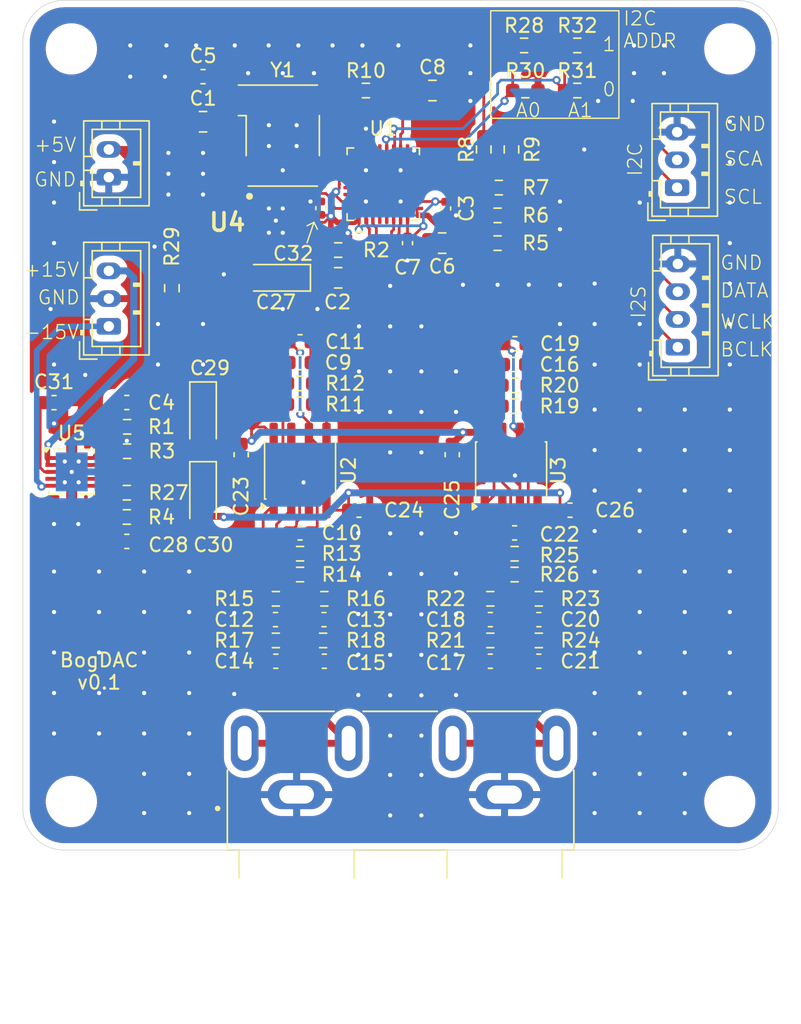
<source format=kicad_pcb>
(kicad_pcb (version 20241229) (generator "pcbnew") (generator_version "9.0")
  (layers (0 "F.Cu" signal) (4 "In1.Cu" signal) (6 "In2.Cu" signal) (2 "B.Cu" signal) (13 "F.Paste" user) (15 "B.Paste" user) (5 "F.SilkS" user "F.Silkscreen") (7 "B.SilkS" user "B.Silkscreen") (1 "F.Mask" user) (3 "B.Mask" user) (25 "Edge.Cuts" user))
  (net 0 "")
  (net 9 "GND")
  (net 10 "DAC1")
  (net 11 "DAC2B")
  (net 12 "DAC2")
  (net 13 "+3.3V")
  (net 14 "DAC1B")
  (net 15 "Net-(U1-MCLK)")
  (net 16 "Net-(U1-DATA_CLK)")
  (net 17 "Net-(U1-DATA2)")
  (net 18 "Net-(U1-DATA1)")
  (net 19 "Net-(U1-DVDD)")
  (net 20 "Net-(U1-CHIP_EN)")
  (net 21 "Net-(C12-Pad2)")
  (net 22 "Net-(C10-Pad2)")
  (net 23 "Net-(U2A--)")
  (net 24 "Net-(C14-Pad2)")
  (net 25 "Net-(C15-Pad2)")
  (net 26 "Net-(C16-Pad2)")
  (net 27 "Net-(U3A--)")
  (net 28 "Net-(C20-Pad1)")
  (net 29 "+12V")
  (net 30 "-12V")
  (net 31 "+5V")
  (net 32 "/BCLK")
  (net 33 "/WCLK")
  (net 34 "/DATA")
  (net 35 "/SCL")
  (net 36 "/SCA")
  (net 37 "Net-(U4-SET)")
  (net 40 "Net-(C17-Pad2)")
  (net 41 "Net-(C21-Pad2)")
  (net 42 "Net-(U5-FBP)")
  (net 43 "Net-(U5-FBN)")
  (net 44 "Net-(U5-NR{slash}SS)")
  (net 45 "Net-(U5-BUF)")
  (net 46 "Net-(U1-ADDR0)")
  (net 47 "Net-(U1-ADDR1)")
  (net 48 "/+15V")
  (net 49 "/-15V")
  (footprint "Package_DFN_QFN:UFQFPN-32-1EP_5x5mm_P0.5mm_EP3.5x3.5mm" (layer "F.Cu") (at 128.5 88 90)
    (property "Reference" "U1")
    (property "Value" "ES9039Q2M")
  )
  (footprint "Connector_JST:JST_PH_B2B-PH-K_1x02_P2.00mm_Vertical" (layer "F.Cu") (at 108.7 87.5 90)
    (property "Reference" "J4" (hide yes))
    (property "Value" "5V")
  )
  (footprint "Capacitor_SMD:C_0603_1608Metric" (layer "F.Cu") (at 110 113.75)
    (property "Reference" "C28")
    (property "Value" "10n")
  )
  (footprint "Resistor_SMD:R_0603_1608Metric_Pad0.98x0.95mm_HandSolder" (layer "F.Cu") (at 124.1625 120.8875 180)
    (property "Reference" "R18")
    (property "Value" "140")
  )
  (footprint "Capacitor_Tantalum_SMD:CP_EIA-3216-10_Kemet-I_HandSolder" (layer "F.Cu") (at 120.75 94.75 180)
    (property "Reference" "C27")
    (property "Value" "22u")
  )
  (footprint "Resistor_SMD:R_0603_1608Metric_Pad0.98x0.95mm_HandSolder" (layer "F.Cu") (at 122.5 116.1375 180)
    (property "Reference" "R14")
    (property "Value" "3.6k")
  )
  (footprint "Capacitor_SMD:C_0603_1608Metric" (layer "F.Cu") (at 104.75 103.75)
    (property "Reference" "C31")
    (property "Value" "10n")
  )
  (footprint "Resistor_SMD:R_0603_1608Metric_Pad0.98x0.95mm_HandSolder" (layer "F.Cu") (at 122.5 102.3625 180)
    (property "Reference" "R12")
    (property "Value" "3.6k")
  )
  (footprint "Custom:logo2" (layer "F.Cu") (at 151 130.463637)
    (property "Reference" "REF**" (hide yes))
    (property "Value" "logo2")
  )
  (footprint "MountingHole:MountingHole_3.2mm_M3" (layer "F.Cu") (at 153.5 78.25)
    (property "Reference" "H2" (hide yes))
    (property "Value" "MountingHole")
  )
  (footprint "Capacitor_SMD:C_0603_1608Metric" (layer "F.Cu") (at 120.75 122.3875)
    (property "Reference" "C14")
    (property "Value" "2.2n")
  )
  (footprint "Resistor_SMD:R_0603_1608Metric_Pad0.98x0.95mm_HandSolder" (layer "F.Cu") (at 137.75 85.5 -90)
    (property "Reference" "R9")
    (property "Value" "4.7k")
  )
  (footprint "Custom:logo2" (layer "F.Cu") (at 115.25 130.463637)
    (property "Reference" "REF**" (hide yes))
    (property "Value" "logo2")
  )
  (footprint "Capacitor_SMD:C_0603_1608Metric" (layer "F.Cu") (at 138 99.5)
    (property "Reference" "C19")
    (property "Value" "1p")
  )
  (footprint "Resistor_SMD:R_0603_1608Metric_Pad0.98x0.95mm_HandSolder" (layer "F.Cu") (at 137.975 102.5 180)
    (property "Reference" "R20")
    (property "Value" "3.6k")
  )
  (footprint "Capacitor_SMD:C_0603_1608Metric" (layer "F.Cu") (at 122.5 99.3625)
    (property "Reference" "C11")
    (property "Value" "1p")
  )
  (footprint "Custom:logo2" (layer "F.Cu") (at 112 130.463637)
    (property "Reference" "REF**" (hide yes))
    (property "Value" "logo2")
  )
  (footprint "Resistor_SMD:R_0603_1608Metric_Pad0.98x0.95mm_HandSolder" (layer "F.Cu") (at 136.225 117.8875 180)
    (property "Reference" "R22")
    (property "Value" "4.7k")
  )
  (footprint "Capacitor_SMD:C_0402_1005Metric" (layer "F.Cu") (at 124 89.73 90)
    (property "Reference" "C32")
    (property "Value" "100n")
  )
  (footprint "Capacitor_SMD:C_0603_1608Metric" (layer "F.Cu") (at 118.25 107.5 90)
    (property "Reference" "C23")
    (property "Value" "100n")
  )
  (footprint "Capacitor_SMD:C_0603_1608Metric" (layer "F.Cu") (at 122.5 113.1375 180)
    (property "Reference" "C10")
    (property "Value" "510p")
  )
  (footprint "Resistor_SMD:R_0603_1608Metric_Pad0.98x0.95mm_HandSolder" (layer "F.Cu") (at 136.75 90.25)
    (property "Reference" "R6")
    (property "Value" "50")
  )
  (footprint "Resistor_SMD:R_0603_1608Metric_Pad0.98x0.95mm_HandSolder" (layer "F.Cu") (at 138.75 81.25)
    (property "Reference" "R30")
    (property "Value" "0")
  )
  (footprint "Capacitor_SMD:C_0402_1005Metric" (layer "F.Cu") (at 130.25 92.25 -90)
    (property "Reference" "C7")
    (property "Value" "100n")
  )
  (footprint "Capacitor_SMD:C_0603_1608Metric" (layer "F.Cu") (at 122.5 100.8625 180)
    (property "Reference" "C9")
    (property "Value" "510p")
  )
  (footprint "Connector_JST:JST_PH_B4B-PH-K_1x04_P2.00mm_Vertical" (layer "F.Cu") (at 149.75 99.75 90)
    (property "Reference" "J2" (hide yes))
    (property "Value" "I2S")
  )
  (footprint "Connector_JST:JST_PH_B3B-PH-K_1x03_P2.00mm_Vertical" (layer "F.Cu") (at 149.7 88.25 90)
    (property "Reference" "J1" (hide yes))
    (property "Value" "I2S")
  )
  (footprint "Capacitor_SMD:C_0603_1608Metric" (layer "F.Cu") (at 120.725 119.3875 180)
    (property "Reference" "C12")
    (property "Value" "10p")
  )
  (footprint "Capacitor_SMD:C_0603_1608Metric" (layer "F.Cu") (at 115.5 80.25 180)
    (property "Reference" "C5")
    (property "Value" "100n")
  )
  (footprint "Resistor_SMD:R_0603_1608Metric_Pad0.98x0.95mm_HandSolder" (layer "F.Cu") (at 110 110.24)
    (property "Reference" "R27")
    (property "Value" "10k")
  )
  (footprint "Custom:logo2" (layer "F.Cu") (at 144.5 130.463637)
    (property "Reference" "REF**" (hide yes))
    (property "Value" "logo2")
  )
  (footprint "Resistor_SMD:R_0603_1608Metric_Pad0.98x0.95mm_HandSolder" (layer "F.Cu") (at 125.25 92.75)
    (property "Reference" "R2")
    (property "Value" "33.2k")
  )
  (footprint "Custom:SON45P300X300X80-13N-D" (layer "F.Cu") (at 120.75 90.625)
    (property "Reference" "U4")
    (property "Value" "LT3046ATC+" (hide yes))
  )
  (footprint "Resistor_SMD:R_0603_1608Metric_Pad0.98x0.95mm_HandSolder" (layer "F.Cu") (at 127.25 81.25)
    (property "Reference" "R10")
    (property "Value" "47k")
  )
  (footprint "Oscillator:Oscillator_SMD_Diodes_FN-4Pin_7.0x5.0mm" (layer "F.Cu") (at 121.25 84.5)
    (property "Reference" "Y1")
    (property "Value" "CE3391-49.152")
  )
  (footprint "Capacitor_SMD:C_0603_1608Metric" (layer "F.Cu") (at 137.975 101 180)
    (property "Reference" "C16")
    (property "Value" "510p")
  )
  (footprint "Package_SON:Texas_S-PVSON-N10_ThermalVias" (layer "F.Cu") (at 106.025 108.74)
    (property "Reference" "U5")
    (property "Value" "TPS7A39")
  )
  (footprint "Connector_JST:JST_PH_B3B-PH-K_1x03_P2.00mm_Vertical" (layer "F.Cu") (at 108.7 98.25 90)
    (property "Reference" "J3" (hide yes))
    (property "Value" "ANALOG PWR")
  )
  (footprint "MountingHole:MountingHole_3.2mm_M3" (layer "F.Cu") (at 106 132.5)
    (property "Reference" "H4" (hide yes))
    (property "Value" "MountingHole")
  )
  (footprint "Resistor_SMD:R_0603_1608Metric_Pad0.98x0.95mm_HandSolder" (layer "F.Cu") (at 137.975 104 180)
    (property "Reference" "R19")
    (property "Value" "3.6k")
  )
  (footprint "Capacitor_SMD:C_0603_1608Metric" (layer "F.Cu") (at 124.25 122.3875 180)
    (property "Reference" "C15")
    (property "Value" "2.2n")
  )
  (footprint "Capacitor_Tantalum_SMD:CP_EIA-3216-10_Kemet-I_HandSolder" (layer "F.Cu") (at 115.5 104.75 -90)
    (property "Reference" "C29")
    (property "Value" "22u")
  )
  (footprint "Resistor_SMD:R_0603_1608Metric_Pad0.98x0.95mm_HandSolder" (layer "F.Cu") (at 135.75 85.5 -90)
    (property "Reference" "R8")
    (property "Value" "4.7k")
  )
  (footprint "Resistor_SMD:R_0603_1608Metric_Pad0.98x0.95mm_HandSolder" (layer "F.Cu") (at 136.225 120.8875)
    (property "Reference" "R21")
    (property "Value" "140")
  )
  (footprint "Capacitor_SMD:C_0805_2012Metric" (layer "F.Cu") (at 115.5 83.5)
    (property "Reference" "C1")
    (property "Value" "10u")
  )
  (footprint "Capacitor_SMD:C_0603_1608Metric" (layer "F.Cu") (at 136.225 122.3875)
    (property "Reference" "C17")
    (property "Value" "2.2n")
  )
  (footprint "Resistor_SMD:R_0603_1608Metric_Pad0.98x0.95mm_HandSolder" (layer "F.Cu") (at 139.725 117.8875 180)
    (property "Reference" "R23")
    (property "Value" "4.7k")
  )
  (footprint "Capacitor_SMD:C_0603_1608Metric" (layer "F.Cu") (at 139.725 119.3875 180)
    (property "Reference" "C20")
    (property "Value" "10p")
  )
  (footprint "MountingHole:MountingHole_3.2mm_M3" (layer "F.Cu") (at 153.5 132.5)
    (property "Reference" "H3" (hide yes))
    (property "Value" "MountingHole")
  )
  (footprint "Resistor_SMD:R_0603_1608Metric_Pad0.98x0.95mm_HandSolder" (layer "F.Cu") (at 110.025 105.49)
    (property "Reference" "R1")
    (property "Value" "90.9k")
  )
  (footprint "Capacitor_SMD:C_0805_2012Metric" (layer "F.Cu") (at 132.75 92.25 180)
    (property "Reference" "C6")
    (property "Value" "10u")
  )
  (footprint "Resistor_SMD:R_0603_1608Metric_Pad0.98x0.95mm_HandSolder" (layer "F.Cu") (at 120.75 120.8875)
    (property "Reference" "R17")
    (property "Value" "140")
  )
  (footprint "Resistor_SMD:R_0603_1608Metric_Pad0.98x0.95mm_HandSolder" (layer "F.Cu") (at 136.8375 88.25)
    (property "Reference" "R7")
    (property "Value" "50")
  )
  (footprint "Custom:logo2" (layer "F.Cu") (at 105.5 130.463637)
    (property "Reference" "REF**" (hide yes))
    (property "Value" "logo2")
  )
  (footprint "Custom:logo2" (layer "F.Cu") (at 154.25 130.463637)
    (property "Reference" "REF**" (hide yes))
    (property "Value" "logo2")
  )
  (footprint "Resistor_SMD:R_0603_1608Metric_Pad0.98x0.95mm_HandSolder" (layer "F.Cu") (at 110.025 107.25)
    (property "Reference" "R3")
    (property "Value" "10k")
  )
  (footprint "Capacitor_SMD:C_0805_2012Metric" (layer "F.Cu") (at 125.25 94.75)
    (property "Reference" "C2")
    (property "Value" "10u")
  )
  (footprint "Resistor_SMD:R_0603_1608Metric_Pad0.98x0.95mm_HandSolder" (layer "F.Cu") (at 122.5 114.6375 180)
    (property "Reference" "R13")
    (property "Value" "3.6k")
  )
  (footprint "Custom:SWITCHCRAFT_PJRAN2X1U01AUX" (layer "F.Cu") (at 129.75 136)
    (property "Reference" "J5" (hide yes))
    (property "Value" "AUDIO OUT")
  )
  (footprint "Capacitor_SMD:C_0603_1608Metric" (layer "F.Cu") (at 126.75 111.5)
    (property "Reference" "C24")
    (property "Value" "100n")
  )
  (footprint "Capacitor_SMD:C_0603_1608Metric" (layer "F.Cu") (at 133.475 107.5 90)
    (property "Reference" "C25")
    (property "Value" "100n")
  )
  (footprint "Capacitor_SMD:C_0805_2012Metric" (layer "F.Cu") (at 132.05 81.25)
    (property "Reference" "C8")
    (property "Value" "10u")
  )
  (footprint "Custom:logo2" (layer "F.Cu") (at 147.75 130.463637)
    (property "Reference" "REF**" (hide yes))
    (property "Value" "logo2")
  )
  (footprint "Resistor_SMD:R_0603_1608Metric_Pad0.98x0.95mm_HandSolder" (layer "F.Cu") (at 120.75 117.8875 180)
    (property "Reference" "R15")
    (property "Value" "4.7k")
  )
  (footprint "Resistor_SMD:R_0603_1608Metric_Pad0.98x0.95mm_HandSolder" (layer "F.Cu") (at 137.975 114.6375 180)
    (property "Reference" "R25")
    (property "Value" "3.6k")
  )
  (footprint "Custom:logo2" (layer "F.Cu") (at 108.75 130.463637)
    (property "Reference" "REF**" (hide yes))
    (property "Value" "logo2")
  )
  (footprint "Capacitor_SMD:C_0603_1608Metric" (layer "F.Cu") (at 110 103.74)
    (property "Reference" "C4")
    (property "Value" "10n")
  )
  (footprint "Resistor_SMD:R_0603_1608Metric_Pad0.98x0.95mm_HandSolder" (layer "F.Cu") (at 113.25 95.5 90)
    (property "Reference" "R29")
    (property "Value" "0")
  )
  (footprint "Package_SO:SOIC-8_3.9x4.9mm_P1.27mm" (layer "F.Cu") (at 122.5 108.6375 90)
    (property "Reference" "U2")
    (property "Value" "OPA1612AxD")
  )
  (footprint "Capacitor_SMD:C_0603_1608Metric" (layer "F.Cu") (at 124.225 119.3875 180)
    (property "Reference" "C13")
    (property "Value" "10p")
  )
  (footprint "Resistor_SMD:R_0603_1608Metric_Pad0.98x0.95mm_HandSolder" (layer "F.Cu") (at 142.5 78)
    (property "Reference" "R32")
    (property "Value" "0")
  )
  (footprint "Resistor_SMD:R_0603_1608Metric_Pad0.98x0.95mm_HandSolder" (layer "F.Cu") (at 136.75 92.25)
    (property "Reference" "R5")
    (property "Value" "50")
  )
  (footprint "Capacitor_SMD:C_0603_1608Metric" (layer "F.Cu") (at 137.975 113.1375 180)
    (property "Reference" "C22")
    (property "Value" "510p")
  )
  (footprint "Resistor_SMD:R_0603_1608Metric_Pad0.98x0.95mm_HandSolder" (layer "F.Cu") (at 137.975 116.1375 180)
    (property "Reference" "R26")
    (property "Value" "3.6k")
  )
  (footprint "Capacitor_SMD:C_0603_1608Metric" (layer "F.Cu") (at 141.975 111.5)
    (property "Reference" "C26")
    (property "Value" "100n")
  )
  (footprint "Capacitor_SMD:C_0402_1005Metric" (layer "F.Cu") (at 133 89.75 -90)
    (property "Reference" "C3")
    (property "Value" "100n")
  )
  (footprint "Capacitor_SMD:C_0603_1608Metric" (layer "F.Cu") (at 139.725 122.3875 180)
    (property "Reference" "C21")
    (property "Value" "2.2n")
  )
  (footprint "Resistor_SMD:R_0603_1608Metric_Pad0.98x0.95mm_HandSolder" (layer "F.Cu") (at 122.5 103.8625 180)
    (property "Reference" "R11")
    (property "Value" "3.6k")
  )
  (footprint "Package_SO:SOIC-8_3.9x4.9mm_P1.27mm" (layer "F.Cu") (at 137.725 108.6375 90)
    (property "Reference" "U3")
    (property "Value" "OPA1612AxD")
  )
  (footprint "Capacitor_SMD:C_0603_1608Metric" (layer "F.Cu") (at 136.225 119.3875 180)
    (property "Reference" "C18")
    (property "Value" "10p")
  )
  (footprint "Resistor_SMD:R_0603_1608Metric_Pad0.98x0.95mm_HandSolder" (layer "F.Cu") (at 124.25 117.8875 180)
    (property "Reference" "R16")
    (property "Value" "4.7k")
  )
  (footprint "Resistor_SMD:R_0603_1608Metric_Pad0.98x0.95mm_HandSolder" (layer "F.Cu") (at 139.725 120.8875 180)
    (property "Reference" "R24")
    (property "Value" "140")
  )
  (footprint "Resistor_SMD:R_0603_1608Metric_Pad0.98x0.95mm_HandSolder" (layer "F.Cu") (at 138.6625 78)
    (property "Reference" "R28")
    (property "Value" "0")
  )
  (footprint "MountingHole:MountingHole_3.2mm_M3" (layer "F.Cu") (at 106 78.25)
    (property "Reference" "H1" (hide yes))
    (property "Value" "MountingHole")
  )
  (footprint "Resistor_SMD:R_0603_1608Metric_Pad0.98x0.95mm_HandSolder" (layer "F.Cu") (at 142.5 81.25)
    (property "Reference" "R31")
    (property "Value" "0")
  )
  (footprint "Resistor_SMD:R_0603_1608Metric_Pad0.98x0.95mm_HandSolder" (layer "F.Cu") (at 110 111.99)
    (property "Reference" "R4")
    (property "Value" "100k")
  )
  (footprint "Capacitor_Tantalum_SMD:CP_EIA-3216-10_Kemet-I_HandSolder" (layer "F.Cu") (at 115.5 110.5 -90)
    (property "Reference" "C30")
    (property "Value" "22u")
  )
  (gr_line (start 123 92.2275) (end 123.5 90.75) (stroke (width 0.1)) (layer "F.SilkS"))
  (gr_line (start 123.5 90.75) (end 123 91) (stroke (width 0.1)) (layer "F.SilkS"))
  (gr_rect (start 136.25 75.5) (end 145.5 83.25) (stroke (width 0.1)) (fill no) (layer "F.SilkS"))
  (gr_line (start 123.5 90.75) (end 123.75 91.25) (stroke (width 0.1)) (layer "F.SilkS"))
  (gr_line (start 157 77.75) (end 157 133) (stroke (width 0.05)) (layer "Edge.Cuts"))
  (gr_line (start 154 136) (end 105.5 136) (stroke (width 0.05)) (layer "Edge.Cuts"))
  (gr_arc (start 154 74.75) (mid 156.12132 75.62868) (end 157 77.75) (stroke (width 0.05)) (layer "Edge.Cuts"))
  (gr_arc (start 157 133) (mid 156.12132 135.12132) (end 154 136) (stroke (width 0.05)) (layer "Edge.Cuts"))
  (gr_line (start 102.5 133) (end 102.5 77.75) (stroke (width 0.05)) (layer "Edge.Cuts"))
  (gr_arc (start 105.5 136) (mid 103.37868 135.12132) (end 102.5 133) (stroke (width 0.05)) (layer "Edge.Cuts"))
  (gr_line (start 105.5 74.75) (end 154 74.75) (stroke (width 0.05)) (layer "Edge.Cuts"))
  (gr_arc (start 102.5 77.75) (mid 103.37868 75.62868) (end 105.5 74.75) (stroke (width 0.05)) (layer "Edge.Cuts"))
  (gr_text "+5V" (at 103.25 85.75 0) (layer "F.SilkS") (effects (font (size 1 1) (thickness 0.1)) (justify left bottom)))
  (gr_text "1" (at 144.25 78.5 0) (layer "F.SilkS") (effects (font (size 1 1) (thickness 0.1)) (justify left bottom)))
  (gr_text "I2C" (at 147.25 87.5 90) (layer "F.SilkS") (effects (font (size 1 1) (thickness 0.1)) (justify left bottom)))
  (gr_text "I2C\nADDR" (at 145.75 78.25 0) (layer "F.SilkS") (effects (font (size 1 1) (thickness 0.1)) (justify left bottom)))
  (gr_text "GND" (at 103.5 96.75 0) (layer "F.SilkS") (effects (font (size 1 1) (thickness 0.1)) (justify left bottom)))
  (gr_text "GND" (at 153 84.25 0) (layer "F.SilkS") (effects (font (size 1 1) (thickness 0.1)) (justify left bottom)))
  (gr_text "SCL" (at 153 89.5 0) (layer "F.SilkS") (effects (font (size 1 1) (thickness 0.1)) (justify left bottom)))
  (gr_text "BogDAC\nv0.1" (at 108 124.5 0) (layer "F.SilkS") (effects (font (size 1 1)) (justify bottom)))
  (gr_text "GND" (at 103.25 88.25 0) (layer "F.SilkS") (effects (font (size 1 1) (thickness 0.1)) (justify left bottom)))
  (gr_text "SCA" (at 153 86.75 0) (layer "F.SilkS") (effects (font (size 1 1) (thickness 0.1)) (justify left bottom)))
  (gr_text "-15V" (at 102.5 99.25 0) (layer "F.SilkS") (effects (font (size 1 1) (thickness 0.1)) (justify left bottom)))
  (gr_text "+15V" (at 102.5 94.75 0) (layer "F.SilkS") (effects (font (size 1 1) (thickness 0.1)) (justify left bottom)))
  (gr_text "A1" (at 141.75 83.25 0) (layer "F.SilkS") (effects (font (size 1 1) (thickness 0.1)) (justify left bottom)))
  (gr_text "BCLK" (at 152.75 100.5 0) (layer "F.SilkS") (effects (font (size 1 1) (thickness 0.1)) (justify left bottom)))
  (gr_text "DATA" (at 152.75 96.25 0) (layer "F.SilkS") (effects (font (size 1 1) (thickness 0.1)) (justify left bottom)))
  (gr_text "GND" (at 152.75 94.25 0) (layer "F.SilkS") (effects (font (size 1 1) (thickness 0.1)) (justify left bottom)))
  (gr_text "I2S" (at 147.5 97.75 90) (layer "F.SilkS") (effects (font (size 1 1) (thickness 0.1)) (justify left bottom)))
  (gr_text "A0" (at 138 83.25 0) (layer "F.SilkS") (effects (font (size 1 1) (thickness 0.1)) (justify left bottom)))
  (gr_text "WCLK" (at 152.75 98.5 0) (layer "F.SilkS") (effects (font (size 1 1) (thickness 0.1)) (justify left bottom)))
  (gr_text "0" (at 144.25 81.75 0) (layer "F.SilkS") (effects (font (size 1 1) (thickness 0.1)) (justify left bottom)))
  (segment (start 131.75 93.5) (end 131.75 92.3) (width 0.2) (layer "F.Cu") (net 9))
  (segment (start 105.775 107.11) (end 105.775 106.975) (width 0.2) (layer "F.Cu") (net 9))
  (segment (start 104.55 109.24) (end 105.44 109.24) (width 0.2) (layer "F.Cu") (net 9))
  (segment (start 126.25 94.55) (end 126.45 94.75) (width 0.2) (layer "F.Cu") (net 9))
  (segment (start 138.36 111.1125) (end 138.36 109.36) (width 0.2) (layer "F.Cu") (net 9))
  (segment (start 106.275 106.475) (end 106.75 106) (width 0.2) (layer "F.Cu") (net 9))
  (segment (start 130.25 92.73) (end 130.25 93.5) (width 0.2) (layer "F.Cu") (net 9))
  (segment (start 130.25 85.5625) (end 130.71149 85.5625) (width 0.2) (layer "F.Cu") (net 9))
  (segment (start 129.975 88.75) (end 129.975 88.219634) (width 0.2) (layer "F.Cu") (net 9))
  (segment (start 133.75 90.25) (end 133.02 90.25) (width 0.2) (layer "F.Cu") (net 9))
  (segment (start 130.71149 85.5625) (end 130.72399 85.575) (width 0.2) (layer "F.Cu") (net 9))
  (segment (start 138.36 109.36) (end 138 109) (width 0.2) (layer "F.Cu") (net 9))
  (segment (start 128.25 90.4375) (end 128.25 89.88) (width 0.2) (layer "F.Cu") (net 9))
  (segment (start 122.75 109.5) (end 123.135 109.885) (width 0.2) (layer "F.Cu") (net 9))
  (segment (start 126.0625 88.75) (end 127.749998 88.75) (width 0.2) (layer "F.Cu") (net 9))
  (segment (start 106.275 107.11) (end 105.775 107.11) (width 0.2) (layer "F.Cu") (net 9))
  (segment (start 122.25 90.85) (end 120.975 90.85) (width 0.2) (layer "F.Cu") (net 9))
  (segment (start 109.8625 106.5) (end 109.1125 107.25) (width 0.2) (layer "F.Cu") (net 9))
  (segment (start 126.1625 92.75) (end 126.25 92.8375) (width 0.2) (layer "F.Cu") (net 9))
  (segment (start 126.0625 88.25) (end 128.25 88.25) (width 0.2) (layer "F.Cu") (net 9))
  (segment (start 105.44 109.24) (end 105.575 109.375) (width 0.2) (layer "F.Cu") (net 9))
  (segment (start 120.975 90.85) (end 120.75 90.625) (width 0.2) (layer "F.Cu") (net 9))
  (segment (start 124 89.25) (end 123.25 89.25) (width 0.5) (layer "F.Cu") (net 9))
  (segment (start 110 106.5) (end 109.8625 106.5) (width 0.2) (layer "F.Cu") (net 9))
  (segment (start 126.1625 92.75) (end 126.1625 91.75235) (width 0.2) (layer "F.Cu") (net 9))
  (segment (start 130.9375 88.75) (end 129.975 88.75) (width 0.2) (layer "F.Cu") (net 9))
  (segment (start 119.25 91.75) (end 120 91.75) (width 0.2) (layer "F.Cu") (net 9))
  (segment (start 130.25 93.5) (end 131.75 93.5) (width 0.2) (layer "F.Cu") (net 9))
  (segment (start 133.02 90.25) (end 133 90.23) (width 0.2) (layer "F.Cu") (net 9))
  (segment (start 128.75 89.88) (end 128.5 89.63) (width 0.2) (layer "F.Cu") (net 9))
  (segment (start 126.25 92.8375) (end 126.25 94.55) (width 0.2) (layer "F.Cu") (net 9))
  (segment (start 119.25 91.75) (end 120.25 91.75) (width 0.2) (layer "F.Cu") (net 9))
  (segment (start 120 91.75) (end 120.25 91.5) (width 0.2) (layer "F.Cu") (net 9))
  (segment (start 126.2 94.75) (end 123.95 97) (width 0.2) (layer "F.Cu") (net 9))
  (segment (start 128.75 90.4375) (end 128.75 89.88) (width 0.2) (layer "F.Cu") (net 9))
  (segment (start 128.25 88.25) (end 128.5 88) (width 0.2) (layer "F.Cu") (net 9))
  (segment (start 123.135 109.885) (end 123.135 111.1125) (width 0.2) (layer "F.Cu") (net 9))
  (segment (start 128.25 89.88) (end 128.5 89.63) (width 0.2) (layer "F.Cu") (net 9))
  (segment (start 128.249998 88.25) (end 128.499998 88) (width 0.2) (layer "F.Cu") (net 9))
  (segment (start 131.75 92.3) (end 131.8 92.25) (width 0.2) (layer "F.Cu") (net 9))
  (segment (start 126.1625 91.75235) (end 125.931844 91.521694) (width 0.2) (layer "F.Cu") (net 9))
  (segment (start 123.95 97) (end 123.75 97) (width 0.2) (layer "F.Cu") (net 9))
  (segment (start 105.775 106.975) (end 106.275 106.475) (width 0.2) (layer "F.Cu") (net 9))
  (via (at 131.25 127.75) (size 0.6) (drill 0.3) (layers "F.Cu" "B.Cu") (net 9))
  (via (at 126.75 101.5) (size 0.6) (drill 0.3) (layers "F.Cu" "B.Cu") (net 9))
  (via (at 110.25 80.25) (size 0.6) (drill 0.3) (layers "F.Cu" "B.Cu") (net 9))
  (via (at 113 88.75) (size 0.6) (drill 0.3) (layers "F.Cu" "B.Cu") (net 9))
  (via (at 144 82) (size 0.6) (drill 0.3) (layers "F.Cu" "B.Cu") (net 9))
  (via (at 111.25 127.595455) (size 0.6) (drill 0.3) (layers "F.Cu" "B.Cu") (net 9))
  (via (at 104.75 86.409091) (size 0.6) (drill 0.3) (layers "F.Cu" "B.Cu") (net 9))
  (via (at 150.25 118.84091) (size 0.6) (drill 0.3) (layers "F.Cu" "B.Cu") (net 9))
  (via (at 150.25 133.331818) (size 0.6) (drill 0.3) (layers "F.Cu" "B.Cu") (net 9))
  (via (at 136.75 95.25) (size 0.6) (drill 0.3) (layers "F.Cu" "B.Cu") (net 9))
  (via (at 153.5 86.409091) (size 0.6) (drill 0.3) (layers "F.Cu" "B.Cu") (net 9))
  (via (at 126.7 113.152273) (size 0.6) (drill 0.3) (layers "F.Cu" "B.Cu") (net 9))
  (via (at 123.75 97) (size 0.6) (drill 0.3) (layers "F.Cu" "B.Cu") (net 9))
  (via (at 108 118.84091) (size 0.6) (drill 0.3) (layers "F.Cu" "B.Cu") (net 9))
  (via (at 131.25 116.09091) (size 0.6) (drill 0.3) (layers "F.Cu" "B.Cu") (net 9))
  (via (at 120.25 91.5) (size 0.6) (drill 0.3) (layers "F.Cu" "B.Cu") (net 9))
  (via (at 131.25 121.927273) (size 0.6) (drill 0.3) (layers "F.Cu" "B.Cu") (net 9))
  (via (at 147 89.327273) (size 0.6) (drill 0.3) (layers "F.Cu" "B.Cu") (net 9))
  (via (at 147 118.84091) (size 0.6) (drill 0.3) (layers "F.Cu" "B.Cu") (net 9))
  (via (at 126.7 116.070455) (size 0.6) (drill 0.3) (layers "F.Cu" "B.Cu") (net 9))
  (via (at 120.25 85.25) (size 0.6) (drill 0.3) (layers "F.Cu" "B.Cu") (net 9))
  (via (at 141.25 91.25) (size 0.6) (drill 0.3) (layers "F.Cu" "B.Cu") (net 9))
  (via (at 111.25 130.5) (size 0.6) (drill 0.3) (layers "F.Cu" "B.Cu") (net 9))
  (via (at 153.5 104.25) (size 0.6) (drill 0.3) (layers "F.Cu" "B.Cu") (net 9))
  (via (at 133.75 101.5) (size 0.6) (drill 0.3) (layers "F.Cu" "B.Cu") (net 9))
  (via (at 143.75 113.004546) (size 0.6) (drill 0.3) (layers "F.Cu" "B.Cu") (net 9))
  (via (at 104.75 92.245455) (size 0.6) (drill 0.3) (layers "F.Cu" "B.Cu") (net 9))
  (via (at 117 94.5) (size 0.6) (drill 0.3) (layers "F.Cu" "B.Cu") (net 9))
  (via (at 104.5 97) (size 0.6) (drill 0.3) (layers "F.Cu" "B.Cu") (net 9))
  (via (at 122.25 83.75) (size 0.6) (drill 0.3) (layers "F.Cu" "B.Cu") (net 9))
  (via (at 110.25 78) (size 0.6) (drill 0.3) (layers "F.Cu" "B.Cu") (net 9))
  (via (at 143.75 107.168182) (size 0.6) (drill 0.3) (layers "F.Cu" "B.Cu") (net 9))
  (via (at 106.5 112.5) (size 0.6) (drill 0.3) (layers "F.Cu" "B.Cu") (net 9))
  (via (at 143.75 95.163637) (size 0.6) (drill 0.3) (layers "F.Cu" "B.Cu") (net 9))
  (via (at 131.25 113.172728) (size 0.6) (drill 0.3) (layers "F.Cu" "B.Cu") (net 9))
  (via (at 107 101.75) (size 0.6) (drill 0.3) (layers "F.Cu" "B.Cu") (net 9))
  (via (at 114.5 118.84091) (size 0.6) (drill 0.3) (layers "F.Cu" "B.Cu") (net 9))
  (via (at 131.25 133.5) (size 0.6) (drill 0.3) (layers "F.Cu" "B.Cu") (net 9))
  (via (at 104.75 121.759091) (size 0.6) (drill 0.3) (layers "F.Cu" "B.Cu") (net 9))
  (via (at 112.857143 78) (size 0.6) (drill 0.3) (layers "F.Cu" "B.Cu") (net 9))
  (via (at 123.5 80) (size 0.6) (drill 0.3) (layers "F.Cu" "B.Cu") (net 9))
  (via (at 153.5 89.327273) (size 0.6) (drill 0.3) (layers "F.Cu" "B.Cu") (net 9))
  (via (at 147 130.5) (size 0.6) (drill 0.3) (layers "F.Cu" "B.Cu") (net 9))
  (via (at 129.589285 78) (size 0.6) (drill 0.3) (layers "F.Cu" "B.Cu") (net 9))
  (via (at 134.25 95.25) (size 0.6) (drill 0.3) (layers "F.Cu" "B.Cu") (net 9))
  (via (at 120.749998 90.625) (size 0.6) (drill 0.3) (layers "F.Cu" "B.Cu") (net 9))
  (via (at 133.75 104.418182) (size 0.6) (drill 0.3) (layers "F.Cu" "B.Cu") (net 9))
  (via (at 143.75 130.5) (size 0.6) (drill 0.3) (layers "F.Cu" "B.Cu") (net 9))
  (via (at 115.5 87.25) (size 0.6) (drill 0.3) (layers "F.Cu" "B.Cu") (net 9))
  (via (at 131.25 119.009091) (size 0.6) (drill 0.3) (layers "F.Cu" "B.Cu") (net 9))
  (via (at 153.5 83.490909) (size 0.6) (drill 0.3) (layers "F.Cu" "B.Cu") (net 9))
  (via (at 108 115.922728) (size 0.6) (drill 0.3) (layers "F.Cu" "B.Cu") (net 9))
  (via (at 118.75 80) (size 0.6) (drill 0.3) (layers "F.Cu" "B.Cu") (net 9))
  (via (at 141.25 89.25) (size 0.6) (drill 0.3) (layers "F.Cu" "B.Cu") (net 9))
  (via (at 148.75 78) (size 0.6) (drill 0.3) (layers "F.Cu" "B.Cu") (net 9))
  (via (at 153.5 107.168182) (size 0.6) (drill 0.3) (layers "F.Cu" "B.Cu") (net 9))
  (via (at 147 98.081819) (size 0.6) (drill 0.3) (layers "F.Cu" "B.Cu") (net 9))
  (via (at 131.25 98.25) (size 0.6) (drill 0.3) (layers "F.Cu" "B.Cu") (net 9))
  (via (at 104.75 124.677273) (size 0.6) (drill 0.3) (layers "F.Cu" "B.Cu") (net 9))
  (via (at 143.75 115.922728) (size 0.6) (drill 0.3) (layers "F.Cu" "B.Cu") (net 9))
  (via (at 104.75 101) (size 0.6) (drill 0.3) (layers "F.Cu" "B.Cu") (net 9))
  (via (at 143.75 101) (size 0.6) (drill 0.3) (layers "F.Cu" "B.Cu") (net 9))
  (via (at 146.589285 78) (size 0.6) (drill 0.3) (layers "F.Cu" "B.Cu") (net 9))
  (via (at 153.5 124.677273) (size 0.6) (drill 0.3) (layers "F.Cu" "B.Cu") (net 9))
  (via (at 112.25 98.081818) (size 0.6) (drill 0.3) (layers "F.Cu" "B.Cu") (net 9))
  (via (at 131.25 101.5) (size 0.6) (drill 0.3) (layers "F.Cu" "B.Cu") (net 9))
  (via (at 127.25 87) (size 0.6) (drill 0.3) (layers "F.Cu" "B.Cu") (net 9))
  (via (at 108 127.595455) (size 0.6) (drill 0.3) (layers "F.Cu" "B.Cu") (net 9))
  (via (at 147 113.004546) (size 0.6) (drill 0.3) (layers "F.Cu" "B.Cu") (net 9))
  (via (at 108 121.759091) (size 0.6) (drill 0.3) (layers "F.Cu" "B.Cu") (net 9))
  (via (at 141.25 95.25) (size 0.6) (drill 0.3) (layers "F.Cu" "B.Cu") (net 9))
  (via (at 150.25 127.595455) (size 0.6) (drill 0.3) (layers "F.Cu" "B.Cu") (net 9))
  (via (at 133.75 90.25) (size 0.6) (drill 0.3) (layers "F.Cu" "B.Cu") (net 9))
  (via (at 133.75 118.988636) (size 0.6) (drill 0.3) (layers "F.Cu" "B.Cu") (net 9))
  (via (at 153.5 118.84091) (size 0.6) (drill 0.3) (layers "F.Cu" "B.Cu") (net 9))
  (via (at 106.75 106) (size 0.6) (drill 0.3) (layers "F.Cu" "B.Cu") (net 9))
  (via (at 150.25 107.168182) (size 0.6) (drill 0.3) (layers "F.Cu" "B.Cu") (net 9))
  (via (at 143.75 124.677273) (size 0.6) (drill 0.3) (layers "F.Cu" "B.Cu") (net 9))
  (via (at 153.5 101) (size 0.6) (drill 0.3) (layers "F.Cu" "B.Cu") (net 9))
  (via (at 115.5 101) (size 0.6) (drill 0.3) (layers "F.Cu" "B.Cu") (net 9))
  (via (at 134.704605 85.376156) (size 0.6) (drill 0.3) (layers "F.Cu" "B.Cu") (net 9))
  (via (at 120.25 83.75) (size 0.6) (drill 0.3) (layers "F.Cu" "B.Cu") (net 9))
  (via (at 126.7 124.825) (size 0.6) (drill 0.3) (layers "F.Cu" "B.Cu") (net 9))
  (via (at 150.25 115.922728) (size 0.6) (drill 0.3) (layers "F.Cu" "B.Cu") (net 9))
  (via (at 111.25 118.84091) (size 0.6) (drill 0.3) (layers "F.Cu" "B.Cu") (net 9))
  (via (at 143.75 127.595455) (size 0.6) (drill 0.3) (layers "F.Cu" "B.Cu") (net 9))
  (via (at 104.75 112.5) (size 0.6) (drill 0.3) (layers "F.Cu" "B.Cu") (net 9))
  (via (at 129 124.845455) (size 0.6) (drill 0.3) (layers "F.Cu" "B.Cu") (net 9))
  (via (at 147 101) (size 0.6) (drill 0.3) (layers "F.Cu" "B.Cu") (net 9))
  (via (at 147 133.331818) (size 0.6) (drill 0.3) (layers "F.Cu" "B.Cu") (net 9))
  (via (at 129 113.172728) (size 0.6) (drill 0.3) (layers "F.Cu" "B.Cu") (net 9))
  (via (at 129 98.25) (size 0.6) (drill 0.3) (layers "F.Cu" "B.Cu") (net 9))
  (via (at 143.75 133.331818) (size 0.6) (drill 0.3) (layers "F.Cu" "B.Cu") (net 9))
  (via (at 153.5 115.922728) (size 0.6) (drill 0.3) (layers "F.Cu" "B.Cu") (net 9))
  (via (at 104.75 105.25) (size 0.6) (drill 0.3) (layers "F.Cu" "B.Cu") (net 9))
  (via (at 134.785714 78) (size 0.6) (drill 0.3) (layers "F.Cu" "B.Cu") (net 9))
  (via (at 114.5 121.759091) (size 0.6) (drill 0.3) (layers "F.Cu" "B.Cu") (net 9))
  (via (at 117.75 124.75) (size 0.6) (drill 0.3) (layers "F.Cu" "B.Cu") (net 9))
  (via (at 153.5 113.004546) (size 0.6) (drill 0.3) (layers "F.Cu" "B.Cu") (net 9))
  (via (at 114.5 115.922728) (size 0.6) (drill 0.3) (layers "F.Cu" "B.Cu") (net 9))
  (via (at 115 78) (size 0.6) (drill 0.3) (layers "F.Cu" "B.Cu") (net 9))
  (via (at 129 107.336364) (size 0.6) (drill 0.3) (layers "F.Cu" "B.Cu") (net 9))
  (via (at 129 130.581818) (size 0.6) (drill 0.3) (layers "F.Cu" "B.Cu") (net 9))
  (via (at 129.75 87) (size 0.6) (drill 0.3) (layers "F.Cu" "B.Cu") (net 9))
  (via (at 115.5 85.75) (size 0.6) (drill 0.3) (layers "F.Cu" "B.Cu") (net 9))
  (via (at 143.75 110.086364) (size 0.6) (drill 0.3) (layers "F.Cu" "B.Cu") (net 9))
  (via (at 121.25 89.75) (size 0.6) (drill 0.3) (layers "F.Cu" "B.Cu") (net 9))
  (via (at 117.785714 78) (size 0.6) (drill 0.3) (layers "F.Cu" "B.Cu") (net 9))
  (via (at 129 133.5) (size 0.6) (drill 0.3) (layers "F.Cu" "B.Cu") (net 9))
  (via (at 120.232143 78) (size 0.6) (drill 0.3) (layers "F.Cu" "B.Cu") (net 9))
  (via (at 115.5 88.75) (size 0.6) (drill 0.3) (layers "F.Cu" "B.Cu") (net 9))
  (via (at 122.375 78) (size 0.6) (drill 0.3) (layers "F.Cu" "B.Cu") (net 9))
  (via (at 143.75 104.25) (size 0.6) (drill 0.3) (layers "F.Cu" "B.Cu") (net 9))
  (via (at 121.25 87) (size 0.6) (drill 0.3) (layers "F.Cu" "B.Cu") (net 9))
  (via (at 129 121.927273) (size 0.6) (drill 0.3) (layers "F.Cu" "B.Cu") (net 9))
  (via (at 108 124.677273) (size 0.6) (drill 0.3) (layers "F.Cu" "B.Cu") (net 9))
  (via (at 150.25 113.004546) (size 0.6) (drill 0.3) (layers "F.Cu" "B.Cu") (net 9))
  (via (at 126.7 118.988636) (size 0.6) (drill 0.3) (layers "F.Cu" "B.Cu") (net 9))
  (via (at 153.5 98.081819) (size 0.6) (drill 0.3) (layers "F.Cu" "B.Cu") (net 9))
  (via (at 104.75 127.595455) (size 0.6) (drill 0.3) (layers "F.Cu" "B.Cu") (net 9))
  (via (at 104.75 118.84091) (size 0.6) (drill 0.3) (layers "F.Cu" "B.Cu") (net 9))
  (via (at 153.5 121.759091) (size 0.6) (drill 0.3) (layers "F.Cu" "B.Cu") (net 9))
  (via (at 153.5 95.163637) (size 0.6) (drill 0.3) (layers "F.Cu" "B.Cu") (net 9))
  (via (at 129 119.009091) (size 0.6) (drill 0.3) (layers "F.Cu" "B.Cu") (net 9))
  (via (at 121.25 97) (size 0.6) (drill 0.3) (layers "F.Cu" "B.Cu") (net 9))
  (via (at 147 107.168182) (size 0.6) (drill 0.3) (layers "F.Cu" "B.Cu") (net 9))
  (via (at 114.5 130.5) (size 0.6) (drill 0.3) (layers "F.Cu" "B.Cu") (net 9))
  (via (at 117.75 121.831818) (size 0.6) (drill 0.3) (layers "F.Cu" "B.Cu") (net 9))
  (via (at 147 110.086364) (size 0.6) (drill 0.3) (layers "F.Cu" "B.Cu") (net 9))
  (via (at 111.25 124.677273) (size 0.6) (drill 0.3) (layers "F.Cu" "B.Cu") (net 9))
  (via (at 134.785714 80) (size 0.6) (drill 0.3) (layers "F.Cu" "B.Cu") (net 9))
  (via (at 122.75 109.5) (size 0.6) (drill 0.3) (layers "F.Cu" "B.Cu") (net 9))
  (via (at 147 124.677273) (size 0.6) (drill 0.3) (layers "F.Cu" "B.Cu") (net 9))
  (via (at 112.75 80.25) (size 0.6) (drill 0.3) (layers "F.Cu" "B.Cu") (net 9))
  (via (at 120.25 89.75) (size 0.6) (drill 0.3) (layers "F.Cu" "B.Cu") (net 9))
  (via (at 127.25 84) (size 0.6) (drill 0.3) (layers "F.Cu" "B.Cu") (net 9))
  (via (at 147 121.759091) (size 0.6) (drill 0.3) (layers "F.Cu" "B.Cu") (net 9))
  (via (at 133.75 113.152273) (size 0.6) (drill 0.3) (layers "F.Cu" "B.Cu") (net 9))
  (via (at 113 85.75) (size 0.6) (drill 0.3) (layers "F.Cu" "B.Cu") (net 9))
  (via (at 129 116.09091) (size 0.6) (drill 0.3) (layers "F.Cu" "B.Cu") (net 9))
  (via (at 122.25 85.25) (size 0.6) (drill 0.3) (layers "F.Cu" "B.Cu") (net 9))
  (via (at 143.75 98.081819) (size 0.6) (drill 0.3) (layers "F.Cu" "B.Cu") (net 9))
  (via (at 121.25 80) (size 0.6) (drill 0.3) (layers "F.Cu" "B.Cu") (net 9))
  (via (at 111.25 133.331818) (size 0.6) (drill 0.3) (layers "F.Cu" "B.Cu") (net 9))
  (via (at 111.25 121.759091) (size 0.6) (drill 0.3) (layers "F.Cu" "B.Cu") (net 9))
  (via (at 104.75 89.327273) (size 0.6) (drill 0.3) (layers "F.Cu" "B.Cu") (net 9))
  (via (at 138 109) (size 0.6) (drill 0.3) (layers "F.Cu" "B.Cu") (net 9))
  (via (at 112.25 101) (size 0.6) (drill 0.3) (layers "F.Cu" "B.Cu") (net 9))
  (via (at 115.5 98.081818) (size 0.6) (drill 0.3) (layers "F.Cu" "B.Cu") (net 9))
  (via (at 143.75 121.759091) (size 0.6) (drill 0.3) (layers "F.Cu" "B.Cu") (net 9))
  (via (at 131.25 124.845455) (size 0.6) (drill 0.3) (layers "F.Cu" "B.Cu") (net 9))
  (via (at 104.75 83.490909) (size 0.6) (drill 0.3) (layers "F.Cu" "B.Cu") (net 9))
  (via (at 141.25 98.081819) (size 0.6) (drill 0.3) (layers "F.Cu" "B.Cu") (net 9))
  (via (at 114.5 127.595455) (size 0.6) (drill 0.3) (layers "F.Cu" "B.Cu") (net 9))
  (via (at 125.931844 91.521694) (size 0.6) (drill 0.3) (layers "F.Cu" "B.Cu") (net 9))
  (via (at 114.5 124.677273) (size 0.6) (drill 0.3) (layers "F.Cu" "B.Cu") (net 9))
  (via (at 153.5 92.245455) (size 0.6) (drill 0.3) (layers "F.Cu" "B.Cu") (net 9))
  (via (at 143.75 118.84091) (size 0.6) (drill 0.3) (layers "F.Cu" "B.Cu") (net 9))
  (via (at 130.72399 85.575) (size 0.6) (drill 0.3) (layers "F.Cu" "B.Cu") (net 9))
  (via (at 143 85.5) (size 0.6) (drill 0.3) (layers "F.Cu" "B.Cu") (net 9))
  (via (at 146.589285 80) (size 0.6) (drill 0.3) (layers "F.Cu" "B.Cu") (net 9))
  (via (at 150.25 104.25) (size 0.6) (drill 0.3) (layers "F.Cu" "B.Cu") (net 9))
  (via (at 150.25 124.677273) (size 0.6) (drill 0.3) (layers "F.Cu" "B.Cu") (net 9))
  (via (at 117.75 118.913637) (size 0.6) (drill 0.3) (layers "F.Cu" "B.Cu") (net 9))
  (via (at 147 127.595455) (size 0.6) (drill 0.3) (layers "F.Cu" "B.Cu") (net 9))
  (via (at 114.5 133.331818) (size 0.6) (drill 0.3) (layers "F.Cu" "B.Cu") (net 9))
  (via (at 130.25 93.5) (size 0.6) (drill 0.3) (layers "F.Cu" "B.Cu") (net 9))
  (via (at 129 127.75) (size 0.6) (drill 0.3) (layers "F.Cu" "B.Cu") (net 9))
  (via (at 153.5 110.086364) (size 0.6) (drill 0.3) (layers "F.Cu" "B.Cu") (net 9))
  (via (at 153.5 127.595455) (size 0.6) (drill 0.3) (layers "F.Cu" "B.Cu") (net 9))
  (via (at 126.7 121.906818) (size 0.6) (drill 0.3) (layers "F.Cu" "B.Cu") (net 9))
  (via (at 133.75 121.906818) (size 0.6) (drill 0.3) (layers "F.Cu" "B.Cu") (net 9))
  (via (at 131.25 107.336364) (size 0.6) (drill 0.3) (layers "F.Cu" "B.Cu") (net 9))
  (via (at 147 115.922728) (size 0.6) (drill 0.3) (layers "F.Cu" "B.Cu") (net 9))
  (via (at 131.25 104.418182) (size 0.6) (drill 0.3) (layers "F.Cu" "B.Cu") (net 9))
  (via (at 133.75 116.070455) (size 0.6) (drill 0.3) (layers "F.Cu" "B.Cu") (net 9))
  (via (at 139 95.25) (size 0.6) (drill 0.3) (layers "F.Cu" "B.Cu") (net 9))
  (via (at 150.25 130.5) (size 0.6) (drill 0.3) (layers "F.Cu" "B.Cu") (net 9))
  (via (at 127.25 89.25) (size 0.6) (drill 0.3) (layers "F.Cu" "B.Cu") (net 9))
  (via (at 131.25 130.581818) (size 0.6) (drill 0.3) (layers "F.Cu" "B.Cu") (net 9))
  (via (at 124.839285 78) (size 0.6) (drill 0.3) (layers "F.Cu" "B.Cu") (net 9))
  (via (at 126.75 104.418182) (size 0.6) (drill 0.3) (layers "F.Cu" "B.Cu") (net 9))
  (via (at 113 87.25) (size 0.6) (drill 0.3) (layers "F.Cu" "B.Cu") (net 9))
  (via (at 110 106.5) (size 0.6) (drill 0.3) (layers "F.Cu" "B.Cu") (net 9))
  (via (at 129 104.418182) (size 0.6) (drill 0.3) (layers "F.Cu" "B.Cu") (net 9))
  (via (at 129 101.5) (size 0.6) (drill 0.3) (layers "F.Cu" "B.Cu") (net 9))
  (via (at 147 104.25) (size 0.6) (drill 0.3) (layers "F.Cu" "B.Cu") (net 9))
  (via (at 150.25 110.086364) (size 0.6) (drill 0.3) (layers "F.Cu" "B.Cu") (net 9))
  (via (at 148.75 80) (size 0.6) (drill 0.3) (layers "F.Cu" "B.Cu") (net 9))
  (via (at 129 95.331818) (size 0.6) (drill 0.3) (layers "F.Cu" "B.Cu") (net 9))
  (via (at 111.25 115.922728) (size 0.6) (drill 0.3) (layers "F.Cu" "B.Cu") (net 9))
  (via (at 133.75 124.825) (size 0.6) (drill 0.3) (layers "F.Cu" "B.Cu") (net 9))
  (via (at 134.785714 82) (size 0.6) (drill 0.3) (layers "F.Cu" "B.Cu") (net 9))
  (via (at 104.75 115.922728) (size 0.6) (drill 0.3) (layers "F.Cu" "B.Cu") (net 9))
  (via (at 126.75 98.25) (size 0.6) (drill 0.3) (layers "F.Cu" "B.Cu") (net 9))
  (via (at 112 92.5) (size 0.6) (drill 0.3) (layers "F.Cu" "B.Cu") (net 9))
  (via (at 123.25 89.25) (size 0.6) (drill 0.3) (layers "F.Cu" "B.Cu") (net 9))
  (via (at 150.25 121.759091) (size 0.6) (drill 0.3) (layers "F.Cu" "B.Cu") (net 9))
  (via (at 121.25 91.5) (size 0.6) (drill 0.3) (layers "F.Cu" "B.Cu") (net 9))
  (via (at 146.5 82) (size 0.6) (drill 0.3) (layers "F.Cu" "B.Cu") (net 9))
  (via (at 129.75 89.25) (size 0.6) (drill 0.3) (layers "F.Cu" "B.Cu") (net 9))
  (via (at 127 78) (size 0.6) (drill 0.3) (layers "F.Cu" "B.Cu") (net 9))
  (segment (start 130.72399 85.69899) (end 130.72399 85.575) (width 0.2) (layer "B.Cu") (net 9))
  (segment (start 130.775 85.75) (end 130.72399 85.69899) (width 0.2) (layer "B.Cu") (net 9))
  (segment (start 124.405 106.1625) (end 124.405 104.855) (width 0.2) (layer "F.Cu") (net 10))
  (segment (start 127.824 90.964798) (end 128 91.140798) (width 0.2) (layer "F.Cu") (net 10))
  (segment (start 128 91.140798) (end 128 95.5) (width 0.2) (layer "F.Cu") (net 10))
  (segment (start 128 95.5) (end 124.1375 99.3625) (width 0.2) (layer "F.Cu") (net 10))
  (segment (start 124.1375 99.3625) (end 123.275 99.3625) (width 0.2) (layer "F.Cu") (net 10))
  (segment (start 127.824 90.939798) (end 127.824 90.964798) (width 0.2) (layer "F.Cu") (net 10))
  (segment (start 123.4125 102.3625) (end 123.4125 103.8625) (width 0.2) (layer "F.Cu") (net 10))
  (segment (start 127.75 90.865798) (end 127.824 90.939798) (width 0.2) (layer "F.Cu") (net 10))
  (segment (start 123.275 102.225) (end 123.4125 102.3625) (width 0.2) (layer "F.Cu") (net 10))
  (segment (start 127.75 90.4375) (end 127.75 90.865798) (width 0.2) (layer "F.Cu") (net 10))
  (segment (start 123.275 99.3625) (end 123.275 100.8625) (width 0.2) (layer "F.Cu") (net 10))
  (segment (start 123.275 100.8625) (end 123.275 102.225) (width 0.2) (layer "F.Cu") (net 10))
  (segment (start 124.405 104.855) (end 123.4125 103.8625) (width 0.2) (layer "F.Cu") (net 10))
  (segment (start 134.434315 99.5) (end 137.225 99.5) (width 0.2) (layer "F.Cu") (net 11))
  (segment (start 129.1 94.165685) (end 134.434315 99.5) (width 0.2) (layer "F.Cu") (net 11))
  (segment (start 138.75 113.1375) (end 138.75 114.5) (width 0.2) (layer "F.Cu") (net 11))
  (segment (start 137.89 105.6925) (end 138.36 106.1625) (width 0.2) (layer "F.Cu") (net 11))
  (segment (start 129.25 90.4375) (end 129.25 91.266764) (width 0.2) (layer "F.Cu") (net 11))
  (segment (start 138.36 106.1625) (end 138.961 106.7635) (width 0.2) (layer "F.Cu") (net 11))
  (segment (start 138.961 106.7635) (end 138.961 112.8765) (width 0.2) (layer "F.Cu") (net 11))
  (segment (start 129.25 91.266764) (end 129.1 91.416764) (width 0.2) (layer "F.Cu") (net 11))
  (segment (start 138.8875 114.6375) (end 138.8875 116.1375) (width 0.2) (layer "F.Cu") (net 11))
  (segment (start 137.89 105.444283) (end 137.89 105.6925) (width 0.2) (layer "F.Cu") (net 11))
  (segment (start 137.915 100.0104) (end 137.3911 99.4865) (width 0.2) (layer "F.Cu") (net 11))
  (segment (start 138.75 114.5) (end 138.8875 114.6375) (width 0.2) (layer "F.Cu") (net 11))
  (segment (start 129.1 91.416764) (end 129.1 94.165685) (width 0.2) (layer "F.Cu") (net 11))
  (via (at 137.89 105.444283) (size 0.6) (drill 0.3) (layers "F.Cu" "B.Cu") (net 11))
  (via (at 137.783862 100.007997) (size 0.6) (drill 0.3) (layers "F.Cu" "B.Cu") (net 11))
  (segment (start 137.89 100.035398) (end 137.862599 100.007997) (width 0.2) (layer "B.Cu") (net 11))
  (segment (start 137.89 105.444283) (end 137.89 100.035398) (width 0.2) (layer "B.Cu") (net 11))
  (segment (start 137.862599 100.007997) (end 137.783862 100.007997) (width 0.2) (layer "B.Cu") (net 11))
  (segment (start 138.75 99.6625) (end 138.775 99.6375) (width 0.2) (layer "F.Cu") (net 12))
  (segment (start 129.639 91.44345) (end 129.639 91.582239) (width 0.2) (layer "F.Cu") (net 12))
  (segment (start 138.75 101.1375) (end 138.75 99.6625) (width 0.2) (layer "F.Cu") (net 12))
  (segment (start 138.75 102.5) (end 138.8875 102.6375) (width 0.2) (layer "F.Cu") (net 12))
  (segment (start 129.75 90.890798) (end 129.651 90.989798) (width 0.2) (layer "F.Cu") (net 12))
  (segment (start 138.8875 102.6375) (end 138.8875 104.1375) (width 0.2) (layer "F.Cu") (net 12))
  (segment (start 129.5 91.721239) (end 129.5 93.998585) (width 0.2) (layer "F.Cu") (net 12))
  (segment (start 129.651 90.989798) (end 129.651 91.43145) (width 0.2) (layer "F.Cu") (net 12))
  (segment (start 139.63 104.88) (end 139.63 106.1625) (width 0.2) (layer "F.Cu") (net 12))
  (segment (start 129.639 91.582239) (end 129.5 91.721239) (width 0.2) (layer "F.Cu") (net 12))
  (segment (start 134.225415 98.724) (end 137.999 98.724) (width 0.2) (layer "F.Cu") (net 12))
  (segment (start 129.75 90.4375) (end 129.75 90.890798) (width 0.2) (layer "F.Cu") (net 12))
  (segment (start 138.75 101.1375) (end 138.75 102.5) (width 0.2) (layer "F.Cu") (net 12))
  (segment (start 129.651 91.43145) (end 129.639 91.44345) (width 0.2) (layer "F.Cu") (net 12))
  (segment (start 129.5 93.998585) (end 134.225415 98.724) (width 0.2) (layer "F.Cu") (net 12))
  (segment (start 137.999 98.724) (end 138.775 99.5) (width 0.2) (layer "F.Cu") (net 12))
  (segment (start 138.8875 104.1375) (end 139.63 104.88) (width 0.2) (layer "F.Cu") (net 12))
  (segment (start 137.75 77.25) (end 137.25 77.25) (width 0.2) (layer "F.Cu") (net 13))
  (segment (start 117.5 83.51) (end 119.05 81.96) (width 0.3) (layer "F.Cu") (net 13))
  (segment (start 125.349 87.489798) (end 125.349 87.510202) (width 0.2) (layer "F.Cu") (net 13))
  (segment (start 135.75 84.5875) (end 137.5 84.5875) (width 0.2) (layer "F.Cu") (net 13))
  (segment (start 133 89.27) (end 132.27 89.27) (width 0.2) (layer "F.Cu") (net 13))
  (segment (start 125.324 87.035202) (end 125.324 87.464798) (width 0.2) (layer "F.Cu") (net 13))
  (segment (start 126.776 90.4115) (end 126.75 90.4375) (width 0.2) (layer "F.Cu") (net 13))
  (segment (start 119.05 81.96) (end 117.34 80.25) (width 0.5) (layer "F.Cu") (net 13))
  (segment (start 137.776 77.224) (end 140.8115 77.224) (width 0.2) (layer "F.Cu") (net 13))
  (segment (start 130.25 91.77) (end 130.25 90.4375) (width 0.2) (layer "F.Cu") (net 13))
  (segment (start 123 90.75) (end 124.269929 90.75) (width 0.2) (layer "F.Cu") (net 13))
  (segment (start 126.3375 81.25) (end 127.1135 80.474) (width 0.2) (layer "F.Cu") (net 13))
  (segment (start 125.324 86.535202) (end 125.324 86.964798) (width 0.2) (layer "F.Cu") (net 13))
  (segment (start 137.25 77.25) (end 137.25 77.5) (width 0.2) (layer "F.Cu") (net 13))
  (segment (start 122.25 89.5) (end 121.5 88.75) (width 0.3) (layer "F.Cu") (net 13))
  (segment (start 122.25 90.4) (end 122.927 90.4) (width 0.2) (layer "F.Cu") (net 13))
  (segment (start 140.8115 77.224) (end 141.5875 78) (width 0.2) (layer "F.Cu") (net 13))
  (segment (start 126.75 90.4375) (end 126.75 91.255684) (width 0.2) (layer "F.Cu") (net 13))
  (segment (start 124.665055 90.25) (end 124.717491 90.302436) (width 0.2) (layer "F.Cu") (net 13))
  (segment (start 117.5 88.25) (end 117.5 83.51) (width 0.3) (layer "F.Cu") (net 13))
  (segment (start 127.1135 80.474) (end 129.949 80.474) (width 0.2) (layer "F.Cu") (net 13))
  (segment (start 130.25 90.4375) (end 130.224 90.4115) (width 0.2) (layer "F.Cu") (net 13))
  (segment (start 125.349 87.989798) (end 125.349 88.010202) (width 0.2) (layer "F.Cu") (net 13))
  (segment (start 132.27 89.27) (end 132.25 89.25) (width 0.2) (layer "F.Cu") (net 13))
  (segment (start 123.275 90.25) (end 124.665055 90.25) (width 0.2) (layer "F.Cu") (net 13))
  (segment (start 123.45 81.96) (end 119.05 81.96) (width 0.2) (layer "F.Cu") (net 13))
  (segment (start 137.75 78) (end 135.75 80) (width 0.2) (layer "F.Cu") (net 13))
  (segment (start 130.25 91.77) (end 130.646016 91.77) (width 0.2) (layer "F.Cu") (net 13))
  (segment (start 133.173 77.25) (end 129.949 80.474) (width 0.2) (layer "F.Cu") (net 13))
  (segment (start 132.25 89.25) (end 130.9375 89.25) (width 0.2) (layer "F.Cu") (net 13))
  (segment (start 122.25 89.95) (end 122.25 89.5) (width 0.2) (layer "F.Cu") (net 13))
  (segment (start 125.324 86.464798) (end 125.349 86.489798) (width 0.2) (layer "F.Cu") (net 13))
  (segment (start 125.324 81.776) (end 125.324 86.464798) (width 0.2) (layer "F.Cu") (net 13))
  (segment (start 126.3375 81.25) (end 125.85 81.25) (width 0.2) (layer "F.Cu") (net 13))
  (segment (start 125.25 91.900511) (end 124.717491 91.368002) (width 0.4) (layer "F.Cu") (net 13))
  (segment (start 137.25 77.25) (end 133.173 77.25) (width 0.2) (layer "F.Cu") (net 13))
  (segment (start 125.349 87.510202) (end 125.324 87.535202) (width 0.2) (layer "F.Cu") (net 13))
  (segment (start 125.091263 88.841263) (end 125.091263 88.545895) (width 0.2) (layer "F.Cu") (net 13))
  (segment (start 125.349 86.489798) (end 125.349 86.510202) (width 0.2) (layer "F.Cu") (net 13))
  (segment (start 125.324 87.964798) (end 125.349 87.989798) (width 0.2) (layer "F.Cu") (net 13))
  (segment (start 125.324 88.313158) (end 125.091263 88.545895) (width 0.2) (layer "F.Cu") (net 13))
  (segment (start 137.75 77.25) (end 137.776 77.224) (width 0.2) (layer "F.Cu") (net 13))
  (segment (start 125.85 81.25) (end 125.324 81.776) (width 0.2) (layer "F.Cu") (net 13))
  (segment (start 125.5 89.25) (end 125.091263 88.841263) (width 0.2) (layer "F.Cu") (net 13))
  (segment (start 125.349 86.989798) (end 125.349 87.010202) (width 0.2) (layer "F.Cu") (net 13))
  (segment (start 124.55 94.75) (end 125.25 94.05) (width 0.4) (layer "F.Cu") (net 13))
  (segment (start 126.4375 90.75) (end 126.75 90.4375) (width 0.2) (layer "F.Cu") (net 13))
  (segment (start 121.5 88.75) (end 118 88.75) (width 0.3) (layer "F.Cu") (net 13))
  (segment (start 118 88.75) (end 117.5 88.25) (width 0.3) (layer "F.Cu") (net 13))
  (segment (start 124.717491 91.368002) (end 124.717491 90.302436) (width 0.4) (layer "F.Cu") (net 13))
  (segment (start 125.25 94.05) (end 125.25 91.900511) (width 0.4) (layer "F.Cu") (net 13))
  (segment (start 125.324 88.035202) (end 125.324 88.313158) (width 0.2) (layer "F.Cu") (net 13))
  (segment (start 125.324 87.464798) (end 125.349 87.489798) (width 0.2) (layer "F.Cu") (net 13))
  (segment (start 125.349 87.010202) (end 125.324 87.035202) (width 0.2) (layer "F.Cu") (net 13))
  (segment (start 122.525 89.5) (end 123.275 90.25) (width 0.2) (layer "F.Cu") (net 13))
  (segment (start 125.324 87.535202) (end 125.324 87.964798) (width 0.2) (layer "F.Cu") (net 13))
  (segment (start 122.25 89.5) (end 122.525 89.5) (width 0.2) (layer "F.Cu") (net 13))
  (segment (start 130.646016 91.77) (end 131.392322 91.023694) (width 0.2) (layer "F.Cu") (net 13))
  (segment (start 137.25 77.5) (end 137.75 78) (width 0.2) (layer "F.Cu") (net 13))
  (segment (start 117.34 80.25) (end 116.275 80.25) (width 0.5) (layer "F.Cu") (net 13))
  (segment (start 125.165055 90.75) (end 124.717491 90.302436) (width 0.4) (layer "F.Cu") (net 13))
  (segment (start 123 90.473) (end 123 90.75) (width 0.2) (layer "F.Cu") (net 13))
  (segment (start 124.269929 90.75) (end 124.717491 90.302438) (width 0.2) (layer "F.Cu") (net 13))
  (segment (start 126.4375 90.75) (end 125.165055 90.75) (width 0.4) (layer "F.Cu") (net 13))
  (segment (start 130.301 90.4885) (end 130.25 90.4375) (width 0.2) (layer "F.Cu") (net 13))
  (segment (start 122.927 90.4) (end 123 90.473) (width 0.2) (layer "F.Cu") (net 13))
  (segment (start 125.324 86.964798) (end 125.349 86.989798) (width 0.2) (layer "F.Cu") (net 13))
  (segment (start 135.75 80) (end 135.75 84.5875) (width 0.2) (layer "F.Cu") (net 13))
  (segment (start 125.349 86.510202) (end 125.324 86.535202) (width 0.2) (layer "F.Cu") (net 13))
  (segment (start 126.75 91.255684) (end 126.741805 91.263879) (width 0.2) (layer "F.Cu") (net 13))
  (segment (start 126.0625 89.25) (end 125.5 89.25) (width 0.2) (layer "F.Cu") (net 13))
  (segment (start 125.349 88.010202) (end 125.324 88.035202) (width 0.2) (layer "F.Cu") (net 13))
  (via (at 132.25 89.25) (size 0.6) (drill 0.3) (layers "F.Cu" "B.Cu") (net 13))
  (via (at 125.091263 88.545895) (size 0.6) (drill 0.3) (layers "F.Cu" "B.Cu") (net 13))
  (via (at 126.741805 91.263879) (size 0.6) (drill 0.3) (layers "F.Cu" "B.Cu") (net 13))
  (via (at 124.717491 90.302438) (size 0.6) (drill 0.3) (layers "F.Cu" "B.Cu") (net 13))
  (via (at 131.392322 91.023694) (size 0.6) (drill 0.3) (layers "F.Cu" "B.Cu") (net 13))
  (segment (start 132.25 89.25) (end 131.392322 90.107678) (width 0.2) (layer "B.Cu") (net 13))
  (segment (start 127.005684 91) (end 126.741805 91.263879) (width 0.2) (layer "B.Cu") (net 13))
  (segment (start 124.717491 90.302438) (end 124.750002 90.269927) (width 0.2) (layer "B.Cu") (net 13))
  (segment (start 131.392322 91.023694) (end 131.368628 91) (width 0.2) (layer "B.Cu") (net 13))
  (segment (start 124.750002 88.887156) (end 125.091263 88.545895) (width 0.5) (layer "B.Cu") (net 13))
  (segment (start 124.750002 90.269927) (end 124.750002 88.887156) (width 0.5) (layer "B.Cu") (net 13))
  (segment (start 131.392322 90.107678) (end 131.392322 91.023694) (width 0.2) (layer "B.Cu") (net 13))
  (segment (start 131.368628 91) (end 127.005684 91) (width 0.2) (layer "B.Cu") (net 13))
  (segment (start 123.135 105.185184) (end 122.515288 104.565472) (width 0.2) (layer "F.Cu") (net 14))
  (segment (start 123.736 106.7635) (end 123.736 112.6765) (width 0.2) (layer "F.Cu") (net 14))
  (segment (start 123.275 113.1375) (end 123.275 114.5) (width 0.2) (layer "F.Cu") (net 14))
  (segment (start 121.725 98.8875) (end 121.725 99.3625) (width 0.2) (layer "F.Cu") (net 14))
  (segment (start 127.324 91.031898) (end 127.5 91.207898) (width 0.2) (layer "F.Cu") (net 14))
  (segment (start 123.135 106.1625) (end 123.736 106.7635) (width 0.2) (layer "F.Cu") (net 14))
  (segment (start 121.725 99.3625) (end 121.727848 99.3625) (width 0.2) (layer "F.Cu") (net 14))
  (segment (start 123.4125 114.6375) (end 123.4125 116.1375) (width 0.2) (layer "F.Cu") (net 14))
  (segment (start 127.324 90.5115) (end 127.324 91.031898) (width 0.2) (layer "F.Cu") (net 14))
  (segment (start 123.275 114.5) (end 123.4125 114.6375) (width 0.2) (layer "F.Cu") (net 14))
  (segment (start 124.5 98.25) (end 122.3625 98.25) (width 0.2) (layer "F.Cu") (net 14))
  (segment (start 121.8875 99.3625) (end 121.725 99.3625) (width 0.2) (layer "F.Cu") (net 14))
  (segment (start 123.736 112.6765) (end 123.275 113.1375) (width 0.2) (layer "F.Cu") (net 14))
  (segment (start 123.135 106.1625) (end 123.135 105.185184) (width 0.2) (layer "F.Cu") (net 14))
  (segment (start 121.727848 99.3625) (end 122.499999 100.134651) (width 0.2) (layer "F.Cu") (net 14))
  (segment (start 127.5 95.25) (end 124.5 98.25) (width 0.2) (layer "F.Cu") (net 14))
  (segment (start 122.3625 98.25) (end 121.725 98.8875) (width 0.2) (layer "F.Cu") (net 14))
  (segment (start 127.5 91.207898) (end 127.5 95.25) (width 0.2) (layer "F.Cu") (net 14))
  (segment (start 127.25 90.4375) (end 127.324 90.5115) (width 0.2) (layer "F.Cu") (net 14))
  (via (at 122.499999 100.134651) (size 0.6) (drill 0.3) (layers "F.Cu" "B.Cu") (net 14))
  (via (at 122.515288 104.565472) (size 0.6) (drill 0.3) (layers "F.Cu" "B.Cu") (net 14))
  (segment (start 122.499999 100.134651) (end 122.499999 104.550183) (width 0.2) (layer "B.Cu") (net 14))
  (segment (start 122.499999 104.550183) (end 122.515288 104.565472) (width 0.2) (layer "B.Cu") (net 14))
  (segment (start 125.06 89.75) (end 126.0625 89.75) (width 0.2) (layer "F.Cu") (net 15))
  (segment (start 124.611 88.92345) (end 124.611 89.301) (width 0.2) (layer "F.Cu") (net 15))
  (segment (start 123.45 87.04) (end 123.45 88.14) (width 0.2) (layer "F.Cu") (net 15))
  (segment (start 124.611 89.301) (end 125.06 89.75) (width 0.2) (layer "F.Cu") (net 15))
  (segment (start 124.35655 88.669) (end 124.611 88.92345) (width 0.2) (layer "F.Cu") (net 15))
  (segment (start 123.979 88.669) (end 124.35655 88.669) (width 0.2) (layer "F.Cu") (net 15))
  (segment (start 123.45 88.14) (end 123.979 88.669) (width 0.2) (layer "F.Cu") (net 15))
  (segment (start 135.049 91.4615) (end 135.8375 92.25) (width 0.2) (layer "F.Cu") (net 16))
  (segment (start 135.049 90.049) (end 135.049 91.4615) (width 0.2) (layer "F.Cu") (net 16))
  (segment (start 133.25 88.25) (end 135.049 90.049) (width 0.2) (layer "F.Cu") (net 16))
  (segment (start 130.9375 88.25) (end 133.25 88.25) (width 0.2) (layer "F.Cu") (net 16))
  (segment (start 135.4375 88.25) (end 135.925 88.25) (width 0.2) (layer "F.Cu") (net 17))
  (segment (start 134.4375 87.25) (end 135.4375 88.25) (width 0.2) (layer "F.Cu") (net 17))
  (segment (start 130.9375 87.25) (end 134.4375 87.25) (width 0.2) (layer "F.Cu") (net 17))
  (segment (start 133.3375 87.75) (end 135.8375 90.25) (width 0.2) (layer "F.Cu") (net 18))
  (segment (start 130.9375 87.75) (end 133.3375 87.75) (width 0.2) (layer "F.Cu") (net 18))
  (segment (start 133.7 92.25) (end 131.7 90.25) (width 0.4) (layer "F.Cu") (net 19))
  (segment (start 133.7 92.25) (end 133.7 92.2) (width 0.5) (layer "F.Cu") (net 19))
  (segment (start 131.7 90.25) (end 131 90.25) (width 0.4) (layer "F.Cu") (net 19))
  (segment (start 130.9375 89.75) (end 130.9375 90.1875) (width 0.2) (layer "F.Cu") (net 19))
  (segment (start 130.9375 90.1875) (end 131 90.25) (width 0.2) (layer "F.Cu") (net 19))
  (segment (start 129.75 84.419239) (end 129.75 85.5625) (width 0.2) (layer "F.Cu") (net 20))
  (segment (start 128.1625 81.25) (end 128.65 81.25) (width 0.2) (layer "F.Cu") (net 20))
  (segment (start 129.925 82.425) (end 129.825 82.425) (width 0.2) (layer "F.Cu") (net 20))
  (segment (start 128.1625 81.25) (end 128.1625 81.5125) (width 0.2) (layer "F.Cu") (net 20))
  (segment (start 129.9 84.269239) (end 129.75 84.419239) (width 0.2) (layer "F.Cu") (net 20))
  (segment (start 131.1 81.25) (end 129.925 82.425) (width 0.2) (layer "F.Cu") (net 20))
  (segment (start 129.9 82.5) (end 129.9 84.269239) (width 0.2) (layer "F.Cu") (net 20))
  (segment (start 129.825 82.425) (end 129.9 82.5) (width 0.2) (layer "F.Cu") (net 20))
  (segment (start 128.65 81.25) (end 129.825 82.425) (width 0.2) (layer "F.Cu") (net 20))
  (segment (start 121.264 104.186) (end 121.264 110.4435) (width 0.2) (layer "F.Cu") (net 21))
  (segment (start 121.725 100.8625) (end 121.725 102.225) (width 0.2) (layer "F.Cu") (net 21))
  (segment (start 121.5875 103.8625) (end 121.264 104.186) (width 0.2) (layer "F.Cu") (net 21))
  (segment (start 119.8375 119.275) (end 119.95 119.3875) (width 0.2) (layer "F.Cu") (net 21))
  (segment (start 119.95 119.3875) (end 119.95 120.775) (width 0.2) (layer "F.Cu") (net 21))
  (segment (start 121.264 110.4435) (end 120.595 111.1125) (width 0.2) (layer "F.Cu") (net 21))
  (segment (start 119.8375 117.8875) (end 119.8375 119.275) (width 0.2) (layer "F.Cu") (net 21))
  (segment (start 120.595 111.1125) (end 119.8375 111.87) (width 0.2) (layer "F.Cu") (net 21))
  (segment (start 119.8375 111.87) (end 119.8375 117.8875) (width 0.2) (layer "F.Cu") (net 21))
  (segment (start 121.5875 102.3625) (end 121.5875 103.8625) (width 0.2) (layer "F.Cu") (net 21))
  (segment (start 119.95 120.775) (end 119.8375 120.8875) (width 0.2) (layer "F.Cu") (net 21))
  (segment (start 121.725 102.225) (end 121.5875 102.3625) (width 0.2) (layer "F.Cu") (net 21))
  (segment (start 121.865 106.1625) (end 122 106.2975) (width 0.2) (layer "F.Cu") (net 22))
  (segment (start 125.1625 119.225) (end 125 119.3875) (width 0.2) (layer "F.Cu") (net 22))
  (segment (start 125.1625 117.8875) (end 125.1625 119.225) (width 0.2) (layer "F.Cu") (net 22))
  (segment (start 122 109.630532) (end 122.466 110.096532) (width 0.2) (layer "F.Cu") (net 22))
  (segment (start 122 106.2975) (end 122 109.630532) (width 0.2) (layer "F.Cu") (net 22))
  (segment (start 125.075 120.8875) (end 124.975 120.8875) (width 0.2) (layer "F.Cu") (net 22))
  (segment (start 122.25 112.344468) (end 122.25 112.6125) (width 0.2) (layer "F.Cu") (net 22))
  (segment (start 121.725 114.5) (end 121.5875 114.6375) (width 0.2) (layer "F.Cu") (net 22))
  (segment (start 122.25 112.6125) (end 121.725 113.1375) (width 0.2) (layer "F.Cu") (net 22))
  (segment (start 122.466 110.096532) (end 122.466 112.128468) (width 0.2) (layer "F.Cu") (net 22))
  (segment (start 122.466 112.128468) (end 122.25 112.344468) (width 0.2) (layer "F.Cu") (net 22))
  (segment (start 122.3635 116.9135) (end 124.1885 116.9135) (width 0.2) (layer "F.Cu") (net 22))
  (segment (start 121.5875 116.1375) (end 122.3635 116.9135) (width 0.2) (layer "F.Cu") (net 22))
  (segment (start 125 120.8125) (end 125.075 120.8875) (width 0.2) (layer "F.Cu") (net 22))
  (segment (start 124.1885 116.9135) (end 125.1625 117.8875) (width 0.2) (layer "F.Cu") (net 22))
  (segment (start 125 119.3875) (end 125 120.8125) (width 0.2) (layer "F.Cu") (net 22))
  (segment (start 121.5875 114.6375) (end 121.5875 116.1375) (width 0.2) (layer "F.Cu") (net 22))
  (segment (start 121.725 113.1375) (end 121.725 114.5) (width 0.2) (layer "F.Cu") (net 22))
  (segment (start 121.865 111.1125) (end 121.865 111.459468) (width 0.2) (layer "F.Cu") (net 23))
  (segment (start 121.6625 117.8875) (end 123.3375 117.8875) (width 0.2) (layer "F.Cu") (net 23))
  (segment (start 120.799 117.024) (end 121.6625 117.8875) (width 0.2) (layer "F.Cu") (net 23))
  (segment (start 123.3375 119.275) (end 123.45 119.3875) (width 0.2) (layer "F.Cu") (net 23))
  (segment (start 120.799 112.525468) (end 120.799 117.024) (width 0.2) (layer "F.Cu") (net 23))
  (segment (start 121.6625 119.225) (end 121.5 119.3875) (width 0.2) (layer "F.Cu") (net 23))
  (segment (start 123.3375 117.8875) (end 123.3375 119.275) (width 0.2) (layer "F.Cu") (net 23))
  (segment (start 121.6625 117.8875) (end 121.6625 119.225) (width 0.2) (layer "F.Cu") (net 23))
  (segment (start 121.865 111.459468) (end 120.799 112.525468) (width 0.2) (layer "F.Cu") (net 23))
  (segment (start 121.525 121.025) (end 121.6625 120.8875) (width 0.2) (layer "F.Cu") (net 24))
  (segment (start 121.525 122.3875) (end 121.525 121.025) (width 0.2) (layer "F.Cu") (net 24))
  (segment (start 123.475 125.775) (end 126 128.3) (width 0.5) (layer "F.Cu") (net 25))
  (segment (start 123.25 122.1625) (end 123.475 122.3875) (width 0.2) (layer "F.Cu") (net 25))
  (segment (start 118.5 128.3) (end 126 128.3) (width 0.5) (layer "F.Cu") (net 25))
  (segment (start 123.475 125.775) (end 123.475 122.3875) (width 0.5) (layer "F.Cu") (net 25))
  (segment (start 123.25 120.8875) (end 123.25 122.1625) (width 0.2) (layer "F.Cu") (net 25))
  (segment (start 135.45 119.3875) (end 135.45 120.75) (width 0.2) (layer "F.Cu") (net 26))
  (segment (start 137.0625 103.8125) (end 137.0625 102.5) (width 0.2) (layer "F.Cu") (net 26))
  (segment (start 136.489 110.4435) (end 135.82 111.1125) (width 0.2) (layer "F.Cu") (net 26))
  (segment (start 137.2 102.5) (end 137.0625 102.6375) (width 0.2) (layer "F.Cu") (net 26))
  (segment (start 135.3125 119.25) (end 135.45 119.3875) (width 0.2) (layer "F.Cu") (net 26))
  (segment (start 135.82 111.1125) (end 135.82 117.38) (width 0.2) (layer "F.Cu") (net 26))
  (segment (start 135.45 120.75) (end 135.3125 120.8875) (width 0.2) (layer "F.Cu") (net 26))
  (segment (start 137.0625 104.1375) (end 136.489 104.711) (width 0.2) (layer "F.Cu") (net 26))
  (segment (start 135.82 117.38) (end 135.3125 117.8875) (width 0.2) (layer "F.Cu") (net 26))
  (segment (start 137.0625 104.0625) (end 137.1375 104.1375) (width 0.2) (layer "F.Cu") (net 26))
  (segment (start 135.3125 117.8875) (end 135.3125 119.25) (width 0.2) (layer "F.Cu") (net 26))
  (segment (start 136.489 104.711) (end 136.489 110.4435) (width 0.2) (layer "F.Cu") (net 26))
  (segment (start 137.1375 103.8875) (end 137.0625 103.8125) (width 0.2) (layer "F.Cu") (net 26))
  (segment (start 137.2 101.1375) (end 137.2 102.5) (width 0.2) (layer "F.Cu") (net 26))
  (segment (start 136.449 113.995366) (end 136.274 114.170366) (width 0.2) (layer "F.Cu") (net 27))
  (segment (start 138.8125 117.8875) (end 137.1375 117.8875) (width 0.2) (layer "F.Cu") (net 27))
  (segment (start 137.09 111.1125) (end 136.449 111.7535) (width 0.2) (layer "F.Cu") (net 27))
  (segment (start 136.274 114.170366) (end 136.274 117.024) (width 0.2) (layer "F.Cu") (net 27))
  (segment (start 136.449 111.7535) (end 136.449 113.995366) (width 0.2) (layer "F.Cu") (net 27))
  (segment (start 137.1375 117.8875) (end 137.1375 119.25) (width 0.2) (layer "F.Cu") (net 27))
  (segment (start 137.1375 119.25) (end 137 119.3875) (width 0.2) (layer "F.Cu") (net 27))
  (segment (start 138.8125 117.8875) (end 138.8125 119.25) (width 0.2) (layer "F.Cu") (net 27))
  (segment (start 138.8125 119.25) (end 138.95 119.3875) (width 0.2) (layer "F.Cu") (net 27))
  (segment (start 136.274 117.024) (end 137.1375 117.8875) (width 0.2) (layer "F.Cu") (net 27))
  (segment (start 137.691 110.096532) (end 137.691 112.128468) (width 0.2) (layer "F.Cu") (net 28))
  (segment (start 137.2 112.619468) (end 137.2 113.1375) (width 0.2) (layer "F.Cu") (net 28))
  (segment (start 140.5 120.75) (end 140.6375 120.8875) (width 0.2) (layer "F.Cu") (net 28))
  (segment (start 140.5 119.3875) (end 140.5 120.75) (width 0.2) (layer "F.Cu") (net 28))
  (segment (start 137.691 112.128468) (end 137.2 112.619468) (width 0.2) (layer "F.Cu") (net 28))
  (segment (start 137.0625 114.6375) (end 137.0625 116.1375) (width 0.2) (layer "F.Cu") (net 28))
  (segment (start 137.09 106.1625) (end 137.09 109.495532) (width 0.2) (layer "F.Cu") (net 28))
  (segment (start 137.2 114.5) (end 137.0625 114.6375) (width 0.2) (layer "F.Cu") (net 28))
  (segment (start 139.8615 117.1115) (end 140.6375 117.8875) (width 0.2) (layer "F.Cu") (net 28))
  (segment (start 140.6375 119.25) (end 140.5 119.3875) (width 0.2) (layer "F.Cu") (net 28))
  (segment (start 137.09 109.495532) (end 137.691 110.096532) (width 0.2) (layer "F.Cu") (net 28))
  (segment (start 137.2 113.1375) (end 137.2 114.5) (width 0.2) (layer "F.Cu") (net 28))
  (segment (start 140.6375 117.8875) (end 140.6375 119.25) (width 0.2) (layer "F.Cu") (net 28))
  (segment (start 138.0365 117.1115) (end 139.8615 117.1115) (width 0.2) (layer "F.Cu") (net 28))
  (segment (start 137.0625 116.1375) (end 138.0365 117.1115) (width 0.2) (layer "F.Cu") (net 28))
  (segment (start 119.9325 105.5) (end 120.595 106.1625) (width 0.2) (layer "F.Cu") (net 29))
  (segment (start 108.174 105.6785) (end 108.174 107.26) (width 0.5) (layer "F.Cu") (net 29))
  (segment (start 118.475 106.5) (end 118.25 106.725) (width 0.2) (layer "F.Cu") (net 29))
  (segment (start 116.275 102.75) (end 119.025 105.5) (width 0.5) (layer "F.Cu") (net 29))
  (segment (start 109.225 103.74) (end 109.225 105.3775) (width 0.5) (layer "F.Cu") (net 29))
  (segment (start 110.215 102.75) (end 116.275 102.75) (width 0.5) (layer "F.Cu") (net 29))
  (segment (start 134.25 105.887502) (end 135.545002 105.887502) (width 0.5) (layer "F.Cu") (net 29))
  (segment (start 119.75 104.775) (end 119.025 105.5) (width 0.5) (layer "F.Cu") (net 29))
  (segment (start 109.1125 105.49) (end 108.3625 105.49) (width 0.5) (layer "F.Cu") (net 29))
  (segment (start 108.174 107.26) (end 107.785 107.649) (width 0.5) (layer "F.Cu") (net 29))
  (segment (start 135.545002 105.887502) (end 135.82 106.1625) (width 0.5) (layer "F.Cu") (net 29))
  (segment (start 134.25 105.95) (end 133.475 106.725) (width 0.5) (layer "F.Cu") (net 29))
  (segment (start 134.25 105.887502) (end 134.25 105.95) (width 0.5) (layer "F.Cu") (net 29))
  (segment (start 108.3625 105.49) (end 108.174 105.6785) (width 0.5) (layer "F.Cu") (net 29))
  (segment (start 119 105.525) (end 119.025 105.5) (width 0.2) (layer "F.Cu") (net 29))
  (segment (start 119 106.5) (end 119 105.525) (width 0.2) (layer "F.Cu") (net 29))
  (segment (start 118.5875 96.4125) (end 119.75 97.575) (width 0.5) (layer "F.Cu") (net 29))
  (segment (start 109.225 103.74) (end 110.215 102.75) (width 0.5) (layer "F.Cu") (net 29))
  (segment (start 118.5875 96.4125) (end 113.25 96.4125) (width 0.5) (layer "F.Cu") (net 29))
  (segment (start 119.025 105.5) (end 119.9325 105.5) (width 0.2) (layer "F.Cu") (net 29))
  (segment (start 109.225 105.3775) (end 109.1125 105.49) (width 0.2) (layer "F.Cu") (net 29))
  (segment (start 119.75 97.575) (end 119.75 104.775) (width 0.5) (layer "F.Cu") (net 29))
  (segment (start 119 106.5) (end 118.475 106.5) (width 0.2) (layer "F.Cu") (net 29))
  (via (at 134.25 105.887502) (size 0.6) (drill 0.3) (layers "F.Cu" "B.Cu") (net 29))
  (via (at 119 106.5) (size 0.6) (drill 0.3) (layers "F.Cu" "B.Cu") (net 29))
  (segment (start 119.612498 105.887502) (end 134.25 105.887502) (width 0.5) (layer "B.Cu") (net 29))
  (segment (start 119 106.5) (end 119.612498 105.887502) (width 0.5) (layer "B.Cu") (net 29))
  (segment (start 110.9125 111.99) (end 110.75 112.1525) (width 0.2) (layer "F.Cu") (net 30))
  (segment (start 141.25 111.45) (end 141.2 111.5) (width 0.2) (layer "F.Cu") (net 30))
  (segment (start 126 111.475) (end 125.975 111.5) (width 0.2) (layer "F.Cu") (net 30))
  (segment (start 110.25 115) (end 110.775 114.475) (width 0.2) (layer "F.Cu") (net 30))
  (segment (start 125.975 111.5) (end 124.7925 111.5) (width 0.2) (layer "F.Cu") (net 30))
  (segment (start 110.9225 112) (end 115.44 112) (width 0.5) (layer "F.Cu") (net 30))
  (segment (start 116.94 111.94) (end 117 112) (width 0.5) (layer "F.Cu") (net 30))
  (segment (start 107.785 109.74) (end 107.785 114.285) (width 0.2) (layer "F.Cu") (net 30))
  (segment (start 115.5 111.94) (end 116.94 111.94) (width 0.5) (layer "F.Cu") (net 30))
  (segment (start 141.25 110.25) (end 141.25 111.45) (width 0.2) (layer "F.Cu") (net 30))
  (segment (start 126 110.25) (end 126 111.475) (width 0.2) (layer "F.Cu") (net 30))
  (segment (start 107.785 114.285) (end 108.5 115) (width 0.2) (layer "F.Cu") (net 30))
  (segment (start 140.0175 111.5) (end 139.63 111.1125) (width 0.2) (layer "F.Cu") (net 30))
  (segment (start 110.75 113.725) (end 110.775 113.75) (width 0.2) (layer "F.Cu") (net 30))
  (segment (start 115.44 112) (end 115.5 111.94) (width 0.5) (layer "F.Cu") (net 30))
  (segment (start 141.2 111.5) (end 140.0175 111.5) (width 0.2) (layer "F.Cu") (net 30))
  (segment (start 110.9125 111.99) (end 110.9225 112) (width 0.5) (layer "F.Cu") (net 30))
  (segment (start 110.775 114.475) (end 110.775 113.75) (width 0.2) (layer "F.Cu") (net 30))
  (segment (start 110.75 112.1525) (end 110.75 113.725) (width 0.2) (layer "F.Cu") (net 30))
  (segment (start 124.7925 111.5) (end 124.405 111.1125) (width 0.2) (layer "F.Cu") (net 30))
  (segment (start 108.5 115) (end 110.25 115) (width 0.2) (layer "F.Cu") (net 30))
  (via (at 141.25 110.25) (size 0.6) (drill 0.3) (layers "F.Cu" "B.Cu") (net 30))
  (via (at 126 110.25) (size 0.6) (drill 0.3) (layers "F.Cu" "B.Cu") (net 30))
  (via (at 117 112) (size 0.6) (drill 0.3) (layers "F.Cu" "B.Cu") (net 30))
  (segment (start 126 110.25) (end 141.25 110.25) (width 0.5) (layer "B.Cu") (net 30))
  (segment (start 117 112) (end 124.25 112) (width 0.5) (layer "B.Cu") (net 30))
  (segment (start 126 110.25) (end 124.25 112) (width 0.5) (layer "B.Cu") (net 30))
  (segment (start 115.75 93.8375) (end 115 94.5875) (width 0.5) (layer "F.Cu") (net 31))
  (segment (start 118.549 93) (end 118.549 90.424) (width 0.2) (layer "F.Cu") (net 31))
  (segment (start 110.8 85.5) (end 109.5 85.5) (width 0.5) (layer "F.Cu") (net 31))
  (segment (start 121 93) (end 118.549 93) (width 0.2) (layer "F.Cu") (net 31))
  (segment (start 112.8 83.5) (end 110.8 85.5) (width 0.5) (layer "F.Cu") (net 31))
  (segment (start 111.4 87.4) (end 109.5 85.5) (width 0.5) (layer "F.Cu") (net 31))
  (segment (start 115 94.5875) (end 113.25 94.5875) (width 0.5) (layer "F.Cu") (net 31))
  (segment (start 114.55 83.5) (end 112.8 83.5) (width 0.5) (layer "F.Cu") (net 31))
  (segment (start 119.25 89.95) (end 119.25 90.274) (width 0.5) (layer "F.Cu") (net 31))
  (segment (start 115.75 90.4) (end 116.2 89.95) (width 0.5) (layer "F.Cu") (net 31))
  (segment (start 119.25 89.95) (end 119.25 89.5) (width 0.5) (layer "F.Cu") (net 31))
  (segment (start 122.25 91.75) (end 121 93) (width 0.2) (layer "F.Cu") (net 31))
  (segment (start 115.75 90.4) (end 115.75 93.8375) (width 0.5) (layer "F.Cu") (net 31))
  (segment (start 118.573 90.4) (end 119.25 90.4) (width 0.2) (layer "F.Cu") (net 31))
  (segment (start 116.2 89.95) (end 119.25 89.95) (width 0.5) (layer "F.Cu") (net 31))
  (segment (start 111.4 90.4) (end 111.4 87.4) (width 0.5) (layer "F.Cu") (net 31))
  (segment (start 109.5 85.5) (end 108.7 85.5) (width 0.5) (layer "F.Cu") (net 31))
  (segment (start 119.25 90.4) (end 119.25 89.5) (width 0.2) (layer "F.Cu") (net 31))
  (segment (start 118.549 90.424) (end 118.573 90.4) (width 0.2) (layer "F.Cu") (net 31))
  (segment (start 115.75 90.4) (end 111.4 90.4) (width 0.5) (layer "F.Cu") (net 31))
  (segment (start 142.25 92.25) (end 149.75 99.75) (width 0.2) (layer "F.Cu") (net 32))
  (segment (start 137.6625 92.25) (end 142.25 92.25) (width 0.2) (layer "F.Cu") (net 32))
  (segment (start 137.6625 90.25) (end 142.25 90.25) (width 0.2) (layer "F.Cu") (net 33))
  (segment (start 142.25 90.25) (end 149.75 97.75) (width 0.2) (layer "F.Cu") (net 33))
  (segment (start 142.25 88.25) (end 149.75 95.75) (width 0.2) (layer "F.Cu") (net 34))
  (segment (start 137.75 88.25) (end 142.25 88.25) (width 0.2) (layer "F.Cu") (net 34))
  (segment (start 130.9375 86.75) (end 134.684314 86.75) (width 0.2) (layer "F.Cu") (net 35))
  (segment (start 137.5 86.4125) (end 147.8625 86.4125) (width 0.2) (layer "F.Cu") (net 35))
  (segment (start 135.210314 87.276) (end 136.8865 87.276) (width 0.2) (layer "F.Cu") (net 35))
  (segment (start 136.8865 87.276) (end 137.6625 86.5) (width 0.2) (layer "F.Cu") (net 35))
  (segment (start 147.8625 86.4125) (end 149.7 88.25) (width 0.2) (layer "F.Cu") (net 35))
  (segment (start 134.684314 86.75) (end 135.210314 87.276) (width 0.2) (layer "F.Cu") (net 35))
  (segment (start 139.1 84.65) (end 147.85 84.65) (width 0.2) (layer "F.Cu") (net 36))
  (segment (start 136.6625 85.5) (end 138.25 85.5) (width 0.2) (layer "F.Cu") (net 36))
  (segment (start 135.75 86.4125) (end 136.6625 85.5) (width 0.2) (layer "F.Cu") (net 36))
  (segment (start 147.85 84.65) (end 149.45 86.25) (width 0.2) (layer "F.Cu") (net 36))
  (segment (start 135.5875 86.25) (end 135.75 86.4125) (width 0.2) (layer "F.Cu") (net 36))
  (segment (start 130.9375 86.25) (end 135.5875 86.25) (width 0.2) (layer "F.Cu") (net 36))
  (segment (start 138.25 85.5) (end 139.1 84.65) (width 0.2) (layer "F.Cu") (net 36))
  (segment (start 124.3375 91.925) (end 123.7125 91.3) (width 0.2) (layer "F.Cu") (net 37))
  (segment (start 123.7125 91.3) (end 122.25 91.3) (width 0.2) (layer "F.Cu") (net 37))
  (segment (start 122.19 94.5) (end 122.5875 94.5) (width 0.2) (layer "F.Cu") (net 37))
  (segment (start 122.5875 94.5) (end 124.3375 92.75) (width 0.2) (layer "F.Cu") (net 37))
  (segment (start 124.3375 92.75) (end 124.3375 91.925) (width 0.2) (layer "F.Cu") (net 37))
  (segment (start 137.1375 122.25) (end 137 122.3875) (width 0.2) (layer "F.Cu") (net 40))
  (segment (start 137.1375 120.8875) (end 137.1375 122.25) (width 0.2) (layer "F.Cu") (net 40))
  (segment (start 138.95 126.25) (end 141 128.3) (width 0.5) (layer "F.Cu") (net 41))
  (segment (start 133.5 128.3) (end 141 128.3) (width 0.5) (layer "F.Cu") (net 41))
  (segment (start 138.8125 120.8875) (end 138.8125 122.25) (width 0.2) (layer "F.Cu") (net 41))
  (segment (start 138.95 122.3875) (end 138.95 126.25) (width 0.5) (layer "F.Cu") (net 41))
  (segment (start 138.8125 122.25) (end 138.95 122.3875) (width 0.2) (layer "F.Cu") (net 41))
  (segment (start 107.785 108.24) (end 109.9475 108.24) (width 0.2) (layer "F.Cu") (net 42))
  (segment (start 110.775 103.74) (end 110.775 105.3275) (width 0.2) (layer "F.Cu") (net 42))
  (segment (start 110.775 105.3275) (end 110.9375 105.49) (width 0.2) (layer "F.Cu") (net 42))
  (segment (start 110.9375 105.49) (end 110.9375 107.25) (width 0.2) (layer "F.Cu") (net 42))
  (segment (start 109.9475 108.24) (end 110.9375 107.25) (width 0.2) (layer "F.Cu") (net 42))
  (segment (start 109.0875 113.6125) (end 109.225 113.75) (width 0.2) (layer "F.Cu") (net 43))
  (segment (start 108.0875 109.24) (end 107.785 109.24) (width 0.2) (layer "F.Cu") (net 43))
  (segment (start 109.0875 110.24) (end 108.0875 109.24) (width 0.2) (layer "F.Cu") (net 43))
  (segment (start 109.0875 111.99) (end 109.0875 113.6125) (width 0.2) (layer "F.Cu") (net 43))
  (segment (start 109.0875 110.24) (end 109.0875 111.99) (width 0.2) (layer "F.Cu") (net 43))
  (segment (start 103.75 103.975) (end 103.75 108.434314) (width 0.2) (layer "F.Cu") (net 44))
  (segment (start 104.055686 108.74) (end 104.265 108.74) (width 0.2) (layer "F.Cu") (net 44))
  (segment (start 103.975 103.75) (end 103.75 103.975) (width 0.2) (layer "F.Cu") (net 44))
  (segment (start 103.75 108.434314) (end 104.055686 108.74) (width 0.2) (layer "F.Cu") (net 44))
  (segment (start 109.4125 108.74) (end 110.9125 110.24) (width 0.2) (layer "F.Cu") (net 45))
  (segment (start 107.785 108.74) (end 109.4125 108.74) (width 0.2) (layer "F.Cu") (net 45))
  (segment (start 128.75 84.807223) (end 128.699 84.756223) (width 0.2) (layer "F.Cu") (net 46))
  (segment (start 128.75 85.5625) (end 128.75 84.807223) (width 0.2) (layer "F.Cu") (net 46))
  (segment (start 137.25 82) (end 137.25 81.8375) (width 0.2) (layer "F.Cu") (net 46))
  (segment (start 137.25 81.8375) (end 137.8375 81.25) (width 0.2) (layer "F.Cu") (net 46))
  (segment (start 137.8375 81.25) (end 137.8375 79.7375) (width 0.2) (layer "F.Cu") (net 46))
  (segment (start 137.8375 79.7375) (end 139.575 78) (width 0.2) (layer "F.Cu") (net 46))
  (via (at 128.699 84.756223) (size 0.6) (drill 0.3) (layers "F.Cu" "B.Cu") (net 46))
  (via (at 137.25 82) (size 0.6) (drill 0.3) (layers "F.Cu" "B.Cu") (net 46))
  (segment (start 137.25 82) (end 134.5 84.75) (width 0.2) (layer "B.Cu") (net 46))
  (segment (start 134.5 84.75) (end 128.705223 84.75) (width 0.2) (layer "B.Cu") (net 46))
  (segment (start 128.705223 84.75) (end 128.699 84.756223) (width 0.2) (layer "B.Cu") (net 46))
  (segment (start 129.324 84.074) (end 129.25 84) (width 0.2) (layer "F.Cu") (net 47))
  (segment (start 141.5875 79.825) (end 143.4125 78) (width 0.2) (layer "F.Cu") (net 47))
  (segment (start 141 80.5) (end 141 80.6625) (width 0.2) (layer "F.Cu") (net 47))
  (segment (start 129.25 85.5625) (end 129.324 85.4885) (width 0.2) (layer "F.Cu") (net 47))
  (segment (start 141.5875 81.25) (end 141.5875 79.825) (width 0.2) (layer "F.Cu") (net 47))
  (segment (start 129.324 85.4885) (end 129.324 84.074) (width 0.2) (layer "F.Cu") (net 47))
  (segment (start 141 80.6625) (end 141.5875 81.25) (width 0.2) (layer "F.Cu") (net 47))
  (via (at 141 80.5) (size 0.6) (drill 0.3) (layers "F.Cu" "B.Cu") (net 47))
  (via (at 129.25 84) (size 0.6) (drill 0.3) (layers "F.Cu" "B.Cu") (net 47))
  (segment (start 136.75 80.75) (end 137 80.5) (width 0.2) (layer "B.Cu") (net 47))
  (segment (start 136.75 81.5) (end 136.75 80.75) (width 0.2) (layer "B.Cu") (net 47))
  (segment (start 129.25 84) (end 134.25 84) (width 0.2) (layer "B.Cu") (net 47))
  (segment (start 134.25 84) (end 136.75 81.5) (width 0.2) (layer "B.Cu") (net 47))
  (segment (start 137 80.5) (end 141 80.5) (width 0.2) (layer "B.Cu") (net 47))
  (segment (start 104.265 106.835) (end 104.35 106.75) (width 0.4) (layer "F.Cu") (net 48))
  (segment (start 104.35 108.155) (end 104.265 108.24) (width 0.2) (layer "F.Cu") (net 48))
  (segment (start 104.35 106.75) (end 104.35 108.155) (width 0.2) (layer "F.Cu") (net 48))
  (segment (start 104.265 107.74) (end 104.265 106.835) (width 0.4) (layer "F.Cu") (net 48))
  (segment (start 108.7 94.25) (end 108.45 94) (width 0.2) (layer "F.Cu") (net 48))
  (segment (start 104.265 108.24) (end 104.265 107.74) (width 0.2) (layer "F.Cu") (net 48))
  (via (at 104.35 106.75) (size 0.6) (drill 0.3) (layers "F.Cu" "B.Cu") (net 48))
  (segment (start 108.7 94.25) (end 110 94.25) (width 0.5) (layer "B.Cu") (net 48))
  (segment (start 110 94.25) (end 110.5 94.75) (width 0.5) (layer "B.Cu") (net 48))
  (segment (start 110.5 100.6) (end 104.35 106.75) (width 0.5) (layer "B.Cu") (net 48))
  (segment (start 110.5 94.75) (end 110.5 100.6) (width 0.5) (layer "B.Cu") (net 48))
  (segment (start 104.265 109.74) (end 103.901015 109.74) (width 0.2) (layer "F.Cu") (net 49))
  (segment (start 103.901015 109.74) (end 103.846055 109.79496) (width 0.2) (layer "F.Cu") (net 49))
  (via (at 103.846055 109.79496) (size 0.6) (drill 0.3) (layers "F.Cu" "B.Cu") (net 49))
  (segment (start 103.883 109.74) (end 103.5 109.357) (width 0.4) (layer "B.Cu") (net 49))
  (segment (start 103.5 109.357) (end 103.5 100) (width 0.4) (layer "B.Cu") (net 49))
  (segment (start 105.25 98.25) (end 108.7 98.25) (width 0.4) (layer "B.Cu") (net 49))
  (segment (start 103.5 100) (end 105.25 98.25) (width 0.4) (layer "B.Cu") (net 49))
  (zone (net 9) (net_name "GND") (layers "F.Cu" "B.Cu" "In1.Cu" "In2.Cu") (connect_pads (clearance 0.5)) (min_thickness 0.25) (fill yes (thermal_gap 0.5) (thermal_bridge_width 0.5) (smoothing fillet) (radius 3))
    (polygon (pts (xy 102.5 74.75) (xy 157 74.75) (xy 157 136) (xy 102.5 136)))
  )
)
</source>
